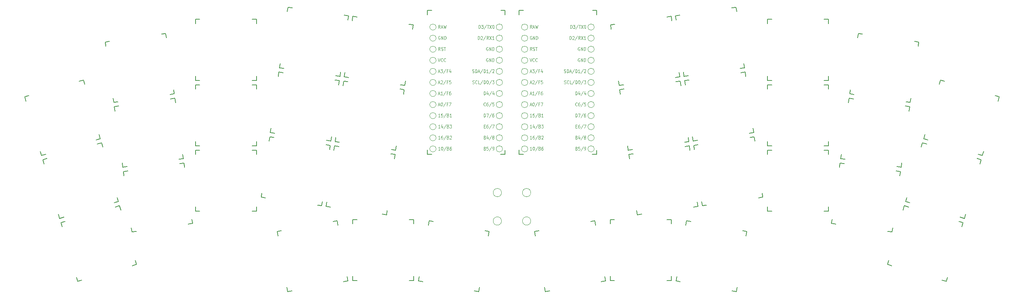
<source format=gbr>
G04 #@! TF.GenerationSoftware,KiCad,Pcbnew,(5.1.9)-1*
G04 #@! TF.CreationDate,2021-03-06T17:20:58-05:00*
G04 #@! TF.ProjectId,ya36,79613336-2e6b-4696-9361-645f70636258,rev?*
G04 #@! TF.SameCoordinates,Original*
G04 #@! TF.FileFunction,Legend,Top*
G04 #@! TF.FilePolarity,Positive*
%FSLAX46Y46*%
G04 Gerber Fmt 4.6, Leading zero omitted, Abs format (unit mm)*
G04 Created by KiCad (PCBNEW (5.1.9)-1) date 2021-03-06 17:20:58*
%MOMM*%
%LPD*%
G01*
G04 APERTURE LIST*
%ADD10C,0.150000*%
%ADD11C,0.100000*%
%ADD12C,0.125000*%
G04 APERTURE END LIST*
D10*
X154100000Y-51450000D02*
X154100000Y-52450000D01*
X171900000Y-51450000D02*
X171900000Y-52450000D01*
X154100000Y-51450000D02*
X155100000Y-51450000D01*
X171900000Y-51450000D02*
X170950000Y-51450000D01*
X154100000Y-83450000D02*
X154100000Y-84500000D01*
X171900000Y-83500000D02*
X171900000Y-84500000D01*
X154100000Y-84500000D02*
X155100000Y-84500000D01*
X171900000Y-84500000D02*
X170890000Y-84500000D01*
X133100000Y-51450000D02*
X133100000Y-52450000D01*
X150900000Y-51450000D02*
X150900000Y-52450000D01*
X133100000Y-51450000D02*
X134100000Y-51450000D01*
X150900000Y-51450000D02*
X149950000Y-51450000D01*
X133100000Y-83450000D02*
X133100000Y-84500000D01*
X150900000Y-83500000D02*
X150900000Y-84500000D01*
X133100000Y-84500000D02*
X134100000Y-84500000D01*
X150900000Y-84500000D02*
X149890000Y-84500000D01*
X94000000Y-83500000D02*
X93000000Y-83500000D01*
X94000000Y-83500000D02*
X94000000Y-84500000D01*
X93000000Y-97500000D02*
X94000000Y-97500000D01*
X94000000Y-97500000D02*
X93000000Y-97500000D01*
X94000000Y-96500000D02*
X94000000Y-97500000D01*
X80000000Y-97500000D02*
X80000000Y-96500000D01*
X81000000Y-83500000D02*
X80000000Y-83500000D01*
X80000000Y-97500000D02*
X81000000Y-97500000D01*
X80000000Y-84500000D02*
X80000000Y-83500000D01*
X77371550Y-86447933D02*
X76381282Y-86587106D01*
X77371550Y-86447933D02*
X77510723Y-87438201D01*
X78329705Y-100450859D02*
X79319973Y-100311686D01*
X79319973Y-100311686D02*
X78329705Y-100450859D01*
X79180800Y-99321418D02*
X79319973Y-100311686D01*
X65456220Y-102260109D02*
X65317047Y-101269841D01*
X64498065Y-88257183D02*
X63507797Y-88396356D01*
X65456220Y-102260109D02*
X66446488Y-102120936D01*
X63646970Y-89386624D02*
X63507797Y-88396356D01*
X110876897Y-82396356D02*
X109886629Y-82257183D01*
X110876897Y-82396356D02*
X110737724Y-83386624D01*
X107938206Y-96120936D02*
X108928474Y-96260109D01*
X108928474Y-96260109D02*
X107938206Y-96120936D01*
X109067647Y-95269841D02*
X108928474Y-96260109D01*
X95064721Y-94311686D02*
X95203894Y-93321418D01*
X98003412Y-80587106D02*
X97013144Y-80447933D01*
X95064721Y-94311686D02*
X96054989Y-94450859D01*
X96873971Y-81438201D02*
X97013144Y-80447933D01*
X54359148Y-67422781D02*
X53397887Y-67698418D01*
X54359148Y-67422781D02*
X54634786Y-68384042D01*
X57256810Y-81156082D02*
X58218071Y-80880444D01*
X58218071Y-80880444D02*
X57256810Y-81156082D01*
X57942434Y-79919183D02*
X58218071Y-80880444D01*
X44760408Y-84739367D02*
X44484770Y-83778106D01*
X41862746Y-71006066D02*
X40901485Y-71281704D01*
X44760408Y-84739367D02*
X45721669Y-84463730D01*
X41177122Y-72242965D02*
X40901485Y-71281704D01*
X73196357Y-56739891D02*
X72206089Y-56879064D01*
X73196357Y-56739891D02*
X73335530Y-57730159D01*
X74154512Y-70742817D02*
X75144780Y-70603644D01*
X75144780Y-70603644D02*
X74154512Y-70742817D01*
X75005607Y-69613376D02*
X75144780Y-70603644D01*
X61281027Y-72552067D02*
X61141854Y-71561799D01*
X60322872Y-58549141D02*
X59332604Y-58688314D01*
X61281027Y-72552067D02*
X62271295Y-72412894D01*
X59471777Y-59678582D02*
X59332604Y-58688314D01*
X94000000Y-53500000D02*
X93000000Y-53500000D01*
X94000000Y-53500000D02*
X94000000Y-54500000D01*
X93000000Y-67500000D02*
X94000000Y-67500000D01*
X94000000Y-67500000D02*
X93000000Y-67500000D01*
X94000000Y-66500000D02*
X94000000Y-67500000D01*
X80000000Y-67500000D02*
X80000000Y-66500000D01*
X81000000Y-53500000D02*
X80000000Y-53500000D01*
X80000000Y-67500000D02*
X81000000Y-67500000D01*
X80000000Y-54500000D02*
X80000000Y-53500000D01*
X115052090Y-52688314D02*
X114061822Y-52549141D01*
X115052090Y-52688314D02*
X114912917Y-53678582D01*
X112113399Y-66412894D02*
X113103667Y-66552067D01*
X113103667Y-66552067D02*
X112113399Y-66412894D01*
X113242840Y-65561799D02*
X113103667Y-66552067D01*
X99239914Y-64603644D02*
X99379087Y-63613376D01*
X102178605Y-50879064D02*
X101188337Y-50739891D01*
X99239914Y-64603644D02*
X100230182Y-64742817D01*
X101049164Y-51730159D02*
X101188337Y-50739891D01*
X129906111Y-54775911D02*
X128915843Y-54636738D01*
X129906111Y-54775911D02*
X129766938Y-55766179D01*
X126967420Y-68500491D02*
X127957688Y-68639664D01*
X127957688Y-68639664D02*
X126967420Y-68500491D01*
X128096861Y-67649396D02*
X127957688Y-68639664D01*
X114093935Y-66691241D02*
X114233108Y-65700973D01*
X117032626Y-52966661D02*
X116042358Y-52827488D01*
X114093935Y-66691241D02*
X115084203Y-66830414D01*
X115903185Y-53817756D02*
X116042358Y-52827488D01*
X58493709Y-81841706D02*
X57532448Y-82117343D01*
X58493709Y-81841706D02*
X58769347Y-82802967D01*
X61391371Y-95575007D02*
X62352632Y-95299369D01*
X62352632Y-95299369D02*
X61391371Y-95575007D01*
X62076995Y-94338108D02*
X62352632Y-95299369D01*
X48894969Y-99158292D02*
X48619331Y-98197031D01*
X45997307Y-85424991D02*
X45036046Y-85700629D01*
X48894969Y-99158292D02*
X49856230Y-98882655D01*
X45311683Y-86661890D02*
X45036046Y-85700629D01*
X75283953Y-71593911D02*
X74293685Y-71733084D01*
X75283953Y-71593911D02*
X75423126Y-72584179D01*
X76242108Y-85596837D02*
X77232376Y-85457664D01*
X77232376Y-85457664D02*
X76242108Y-85596837D01*
X77093203Y-84467396D02*
X77232376Y-85457664D01*
X63368623Y-87406087D02*
X63229450Y-86415819D01*
X62410468Y-73403161D02*
X61420200Y-73542334D01*
X63368623Y-87406087D02*
X64358891Y-87266914D01*
X61559373Y-74532602D02*
X61420200Y-73542334D01*
X94000000Y-68500000D02*
X93000000Y-68500000D01*
X94000000Y-68500000D02*
X94000000Y-69500000D01*
X93000000Y-82500000D02*
X94000000Y-82500000D01*
X94000000Y-82500000D02*
X93000000Y-82500000D01*
X94000000Y-81500000D02*
X94000000Y-82500000D01*
X80000000Y-82500000D02*
X80000000Y-81500000D01*
X81000000Y-68500000D02*
X80000000Y-68500000D01*
X80000000Y-82500000D02*
X81000000Y-82500000D01*
X80000000Y-69500000D02*
X80000000Y-68500000D01*
X112964494Y-67542336D02*
X111974226Y-67403163D01*
X112964494Y-67542336D02*
X112825321Y-68532604D01*
X110025803Y-81266916D02*
X111016071Y-81406089D01*
X111016071Y-81406089D02*
X110025803Y-81266916D01*
X111155244Y-80415821D02*
X111016071Y-81406089D01*
X97152318Y-79457666D02*
X97291491Y-78467398D01*
X100091009Y-65733086D02*
X99100741Y-65593913D01*
X97152318Y-79457666D02*
X98142586Y-79596839D01*
X98961568Y-66584181D02*
X99100741Y-65593913D01*
X127818515Y-69629931D02*
X126828247Y-69490758D01*
X127818515Y-69629931D02*
X127679342Y-70620199D01*
X124879824Y-83354511D02*
X125870092Y-83493684D01*
X125870092Y-83493684D02*
X124879824Y-83354511D01*
X126009265Y-82503416D02*
X125870092Y-83493684D01*
X112006339Y-81545261D02*
X112145512Y-80554993D01*
X114945030Y-67820681D02*
X113954762Y-67681508D01*
X112006339Y-81545261D02*
X112996607Y-81684434D01*
X113815589Y-68671776D02*
X113954762Y-67681508D01*
X62628269Y-96260632D02*
X61667008Y-96536269D01*
X62628269Y-96260632D02*
X62903907Y-97221893D01*
X65525931Y-109993933D02*
X66487192Y-109718295D01*
X66487192Y-109718295D02*
X65525931Y-109993933D01*
X66211555Y-108757034D02*
X66487192Y-109718295D01*
X53029529Y-113577218D02*
X52753891Y-112615957D01*
X50131867Y-99843917D02*
X49170606Y-100119555D01*
X53029529Y-113577218D02*
X53990790Y-113301581D01*
X49446243Y-101080816D02*
X49170606Y-100119555D01*
X125730918Y-84483952D02*
X124740650Y-84344779D01*
X125730918Y-84483952D02*
X125591745Y-85474220D01*
X122792227Y-98208532D02*
X123782495Y-98347705D01*
X123782495Y-98347705D02*
X122792227Y-98208532D01*
X123921668Y-97357437D02*
X123782495Y-98347705D01*
X109918742Y-96399282D02*
X110057915Y-95409014D01*
X112857433Y-82674702D02*
X111867165Y-82535529D01*
X109918742Y-96399282D02*
X110909010Y-96538455D01*
X111727992Y-83525797D02*
X111867165Y-82535529D01*
X112489698Y-99719537D02*
X111504890Y-99893186D01*
X112489698Y-99719537D02*
X112663346Y-100704345D01*
X113935965Y-113680494D02*
X114920773Y-113506846D01*
X114920773Y-113506846D02*
X113935965Y-113680494D01*
X114747124Y-112522038D02*
X114920773Y-113506846D01*
X101133464Y-115937921D02*
X100959816Y-114953113D01*
X99687197Y-101976964D02*
X98702389Y-102150612D01*
X101133464Y-115937921D02*
X102118272Y-115764272D01*
X98876038Y-103135420D02*
X98702389Y-102150612D01*
X130000000Y-99412426D02*
X129000000Y-99412426D01*
X130000000Y-99412426D02*
X130000000Y-100412426D01*
X129000000Y-113412426D02*
X130000000Y-113412426D01*
X130000000Y-113412426D02*
X129000000Y-113412426D01*
X130000000Y-112412426D02*
X130000000Y-113412426D01*
X116000000Y-113412426D02*
X116000000Y-112412426D01*
X117000000Y-99412426D02*
X116000000Y-99412426D01*
X116000000Y-113412426D02*
X117000000Y-113412426D01*
X116000000Y-100412426D02*
X116000000Y-99412426D01*
X147297612Y-102150612D02*
X146312804Y-101976964D01*
X147297612Y-102150612D02*
X147123963Y-103135420D01*
X143881729Y-115764272D02*
X144866537Y-115937921D01*
X144866537Y-115937921D02*
X143881729Y-115764272D01*
X145040185Y-114953113D02*
X144866537Y-115937921D01*
X131079228Y-113506846D02*
X131252877Y-112522038D01*
X134495111Y-99893186D02*
X133510303Y-99719537D01*
X131079228Y-113506846D02*
X132064036Y-113680494D01*
X133336655Y-100704345D02*
X133510303Y-99719537D01*
X264098515Y-71281704D02*
X263137254Y-71006066D01*
X264098515Y-71281704D02*
X263822878Y-72242965D01*
X259278331Y-84463730D02*
X260239592Y-84739367D01*
X260239592Y-84739367D02*
X259278331Y-84463730D01*
X260515230Y-83778106D02*
X260239592Y-84739367D01*
X246781929Y-80880444D02*
X247057566Y-79919183D01*
X251602113Y-67698418D02*
X250640852Y-67422781D01*
X246781929Y-80880444D02*
X247743190Y-81156082D01*
X250365214Y-68384042D02*
X250640852Y-67422781D01*
X245667396Y-58688314D02*
X244677128Y-58549141D01*
X245667396Y-58688314D02*
X245528223Y-59678582D01*
X242728705Y-72412894D02*
X243718973Y-72552067D01*
X243718973Y-72552067D02*
X242728705Y-72412894D01*
X243858146Y-71561799D02*
X243718973Y-72552067D01*
X229855220Y-70603644D02*
X229994393Y-69613376D01*
X232793911Y-56879064D02*
X231803643Y-56739891D01*
X229855220Y-70603644D02*
X230845488Y-70742817D01*
X231664470Y-57730159D02*
X231803643Y-56739891D01*
X225000000Y-53500000D02*
X224000000Y-53500000D01*
X225000000Y-53500000D02*
X225000000Y-54500000D01*
X224000000Y-67500000D02*
X225000000Y-67500000D01*
X225000000Y-67500000D02*
X224000000Y-67500000D01*
X225000000Y-66500000D02*
X225000000Y-67500000D01*
X211000000Y-67500000D02*
X211000000Y-66500000D01*
X212000000Y-53500000D02*
X211000000Y-53500000D01*
X211000000Y-67500000D02*
X212000000Y-67500000D01*
X211000000Y-54500000D02*
X211000000Y-53500000D01*
X203811664Y-50739891D02*
X202821396Y-50879064D01*
X203811664Y-50739891D02*
X203950837Y-51730159D01*
X204769819Y-64742817D02*
X205760087Y-64603644D01*
X205760087Y-64603644D02*
X204769819Y-64742817D01*
X205620914Y-63613376D02*
X205760087Y-64603644D01*
X191896334Y-66552067D02*
X191757161Y-65561799D01*
X190938179Y-52549141D02*
X189947911Y-52688314D01*
X191896334Y-66552067D02*
X192886602Y-66412894D01*
X190087084Y-53678582D02*
X189947911Y-52688314D01*
X188957643Y-52827488D02*
X187967375Y-52966661D01*
X188957643Y-52827488D02*
X189096816Y-53817756D01*
X189915798Y-66830414D02*
X190906066Y-66691241D01*
X190906066Y-66691241D02*
X189915798Y-66830414D01*
X190766893Y-65700973D02*
X190906066Y-66691241D01*
X177042313Y-68639664D02*
X176903140Y-67649396D01*
X176084158Y-54636738D02*
X175093890Y-54775911D01*
X177042313Y-68639664D02*
X178032581Y-68500491D01*
X175233063Y-55766179D02*
X175093890Y-54775911D01*
X259963954Y-85700629D02*
X259002693Y-85424991D01*
X259963954Y-85700629D02*
X259688317Y-86661890D01*
X255143770Y-98882655D02*
X256105031Y-99158292D01*
X256105031Y-99158292D02*
X255143770Y-98882655D01*
X256380669Y-98197031D02*
X256105031Y-99158292D01*
X242647368Y-95299369D02*
X242923005Y-94338108D01*
X247467552Y-82117343D02*
X246506291Y-81841706D01*
X242647368Y-95299369D02*
X243608629Y-95575007D01*
X246230653Y-82802967D02*
X246506291Y-81841706D01*
X243579800Y-73542334D02*
X242589532Y-73403161D01*
X243579800Y-73542334D02*
X243440627Y-74532602D01*
X240641109Y-87266914D02*
X241631377Y-87406087D01*
X241631377Y-87406087D02*
X240641109Y-87266914D01*
X241770550Y-86415819D02*
X241631377Y-87406087D01*
X227767624Y-85457664D02*
X227906797Y-84467396D01*
X230706315Y-71733084D02*
X229716047Y-71593911D01*
X227767624Y-85457664D02*
X228757892Y-85596837D01*
X229576874Y-72584179D02*
X229716047Y-71593911D01*
X225000000Y-68500000D02*
X224000000Y-68500000D01*
X225000000Y-68500000D02*
X225000000Y-69500000D01*
X224000000Y-82500000D02*
X225000000Y-82500000D01*
X225000000Y-82500000D02*
X224000000Y-82500000D01*
X225000000Y-81500000D02*
X225000000Y-82500000D01*
X211000000Y-82500000D02*
X211000000Y-81500000D01*
X212000000Y-68500000D02*
X211000000Y-68500000D01*
X211000000Y-82500000D02*
X212000000Y-82500000D01*
X211000000Y-69500000D02*
X211000000Y-68500000D01*
X205899260Y-65593913D02*
X204908992Y-65733086D01*
X205899260Y-65593913D02*
X206038433Y-66584181D01*
X206857415Y-79596839D02*
X207847683Y-79457666D01*
X207847683Y-79457666D02*
X206857415Y-79596839D01*
X207708510Y-78467398D02*
X207847683Y-79457666D01*
X193983930Y-81406089D02*
X193844757Y-80415821D01*
X193025775Y-67403163D02*
X192035507Y-67542336D01*
X193983930Y-81406089D02*
X194974198Y-81266916D01*
X192174680Y-68532604D02*
X192035507Y-67542336D01*
X191045239Y-67681508D02*
X190054971Y-67820681D01*
X191045239Y-67681508D02*
X191184412Y-68671776D01*
X192003394Y-81684434D02*
X192993662Y-81545261D01*
X192993662Y-81545261D02*
X192003394Y-81684434D01*
X192854489Y-80554993D02*
X192993662Y-81545261D01*
X179129909Y-83493684D02*
X178990736Y-82503416D01*
X178171754Y-69490758D02*
X177181486Y-69629931D01*
X179129909Y-83493684D02*
X180120177Y-83354511D01*
X177320659Y-70620199D02*
X177181486Y-69629931D01*
X255829394Y-100119555D02*
X254868133Y-99843917D01*
X255829394Y-100119555D02*
X255553757Y-101080816D01*
X251009210Y-113301581D02*
X251970471Y-113577218D01*
X251970471Y-113577218D02*
X251009210Y-113301581D01*
X252246109Y-112615957D02*
X251970471Y-113577218D01*
X238512808Y-109718295D02*
X238788445Y-108757034D01*
X243332992Y-96536269D02*
X242371731Y-96260632D01*
X238512808Y-109718295D02*
X239474069Y-109993933D01*
X242096093Y-97221893D02*
X242371731Y-96260632D01*
X241492203Y-88396356D02*
X240501935Y-88257183D01*
X241492203Y-88396356D02*
X241353030Y-89386624D01*
X238553512Y-102120936D02*
X239543780Y-102260109D01*
X239543780Y-102260109D02*
X238553512Y-102120936D01*
X239682953Y-101269841D02*
X239543780Y-102260109D01*
X225680027Y-100311686D02*
X225819200Y-99321418D01*
X228618718Y-86587106D02*
X227628450Y-86447933D01*
X225680027Y-100311686D02*
X226670295Y-100450859D01*
X227489277Y-87438201D02*
X227628450Y-86447933D01*
X225000000Y-83500000D02*
X224000000Y-83500000D01*
X225000000Y-83500000D02*
X225000000Y-84500000D01*
X224000000Y-97500000D02*
X225000000Y-97500000D01*
X225000000Y-97500000D02*
X224000000Y-97500000D01*
X225000000Y-96500000D02*
X225000000Y-97500000D01*
X211000000Y-97500000D02*
X211000000Y-96500000D01*
X212000000Y-83500000D02*
X211000000Y-83500000D01*
X211000000Y-97500000D02*
X212000000Y-97500000D01*
X211000000Y-84500000D02*
X211000000Y-83500000D01*
X207986857Y-80447933D02*
X206996589Y-80587106D01*
X207986857Y-80447933D02*
X208126030Y-81438201D01*
X208945012Y-94450859D02*
X209935280Y-94311686D01*
X209935280Y-94311686D02*
X208945012Y-94450859D01*
X209796107Y-93321418D02*
X209935280Y-94311686D01*
X196071527Y-96260109D02*
X195932354Y-95269841D01*
X195113372Y-82257183D02*
X194123104Y-82396356D01*
X196071527Y-96260109D02*
X197061795Y-96120936D01*
X194262277Y-83386624D02*
X194123104Y-82396356D01*
X193132836Y-82535529D02*
X192142568Y-82674702D01*
X193132836Y-82535529D02*
X193272009Y-83525797D01*
X194090991Y-96538455D02*
X195081259Y-96399282D01*
X195081259Y-96399282D02*
X194090991Y-96538455D01*
X194942086Y-95409014D02*
X195081259Y-96399282D01*
X181217506Y-98347705D02*
X181078333Y-97357437D01*
X180259351Y-84344779D02*
X179269083Y-84483952D01*
X181217506Y-98347705D02*
X182207774Y-98208532D01*
X179408256Y-85474220D02*
X179269083Y-84483952D01*
X206297612Y-102150612D02*
X205312804Y-101976964D01*
X206297612Y-102150612D02*
X206123963Y-103135420D01*
X202881729Y-115764272D02*
X203866537Y-115937921D01*
X203866537Y-115937921D02*
X202881729Y-115764272D01*
X204040185Y-114953113D02*
X203866537Y-115937921D01*
X190079228Y-113506846D02*
X190252877Y-112522038D01*
X193495111Y-99893186D02*
X192510303Y-99719537D01*
X190079228Y-113506846D02*
X191064036Y-113680494D01*
X192336655Y-100704345D02*
X192510303Y-99719537D01*
X189000000Y-99412426D02*
X188000000Y-99412426D01*
X189000000Y-99412426D02*
X189000000Y-100412426D01*
X188000000Y-113412426D02*
X189000000Y-113412426D01*
X189000000Y-113412426D02*
X188000000Y-113412426D01*
X189000000Y-112412426D02*
X189000000Y-113412426D01*
X175000000Y-113412426D02*
X175000000Y-112412426D01*
X176000000Y-99412426D02*
X175000000Y-99412426D01*
X175000000Y-113412426D02*
X176000000Y-113412426D01*
X175000000Y-100412426D02*
X175000000Y-99412426D01*
X171489698Y-99719537D02*
X170504890Y-99893186D01*
X171489698Y-99719537D02*
X171663346Y-100704345D01*
X172935965Y-113680494D02*
X173920773Y-113506846D01*
X173920773Y-113506846D02*
X172935965Y-113680494D01*
X173747124Y-112522038D02*
X173920773Y-113506846D01*
X160133464Y-115937921D02*
X159959816Y-114953113D01*
X158687197Y-101976964D02*
X157702389Y-102150612D01*
X160133464Y-115937921D02*
X161118272Y-115764272D01*
X157876038Y-103135420D02*
X157702389Y-102150612D01*
D11*
X156800000Y-93250000D02*
G75*
G03*
X156800000Y-93250000I-950000J0D01*
G01*
X156800000Y-99750000D02*
G75*
G03*
X156800000Y-99750000I-950000J0D01*
G01*
X150100000Y-99750000D02*
G75*
G03*
X150100000Y-99750000I-950000J0D01*
G01*
X150100000Y-93250000D02*
G75*
G03*
X150100000Y-93250000I-950000J0D01*
G01*
X156103400Y-55272000D02*
G75*
G03*
X156103400Y-55272000I-712000J0D01*
G01*
X156103400Y-57812000D02*
G75*
G03*
X156103400Y-57812000I-712000J0D01*
G01*
X156103400Y-60352000D02*
G75*
G03*
X156103400Y-60352000I-712000J0D01*
G01*
X156103400Y-62892000D02*
G75*
G03*
X156103400Y-62892000I-712000J0D01*
G01*
X156103400Y-65432000D02*
G75*
G03*
X156103400Y-65432000I-712000J0D01*
G01*
X156103400Y-67972000D02*
G75*
G03*
X156103400Y-67972000I-712000J0D01*
G01*
X156103400Y-70512000D02*
G75*
G03*
X156103400Y-70512000I-712000J0D01*
G01*
X156103400Y-73052000D02*
G75*
G03*
X156103400Y-73052000I-712000J0D01*
G01*
X156103400Y-75592000D02*
G75*
G03*
X156103400Y-75592000I-712000J0D01*
G01*
X156103400Y-78132000D02*
G75*
G03*
X156103400Y-78132000I-712000J0D01*
G01*
X156103400Y-80672000D02*
G75*
G03*
X156103400Y-80672000I-712000J0D01*
G01*
X156103400Y-83212000D02*
G75*
G03*
X156103400Y-83212000I-712000J0D01*
G01*
X171323400Y-83212000D02*
G75*
G03*
X171323400Y-83212000I-712000J0D01*
G01*
X171323400Y-80672000D02*
G75*
G03*
X171323400Y-80672000I-712000J0D01*
G01*
X171323400Y-78132000D02*
G75*
G03*
X171323400Y-78132000I-712000J0D01*
G01*
X171323400Y-75592000D02*
G75*
G03*
X171323400Y-75592000I-712000J0D01*
G01*
X171323400Y-73052000D02*
G75*
G03*
X171323400Y-73052000I-712000J0D01*
G01*
X171323400Y-70512000D02*
G75*
G03*
X171323400Y-70512000I-712000J0D01*
G01*
X171323400Y-67972000D02*
G75*
G03*
X171323400Y-67972000I-712000J0D01*
G01*
X171323400Y-65432000D02*
G75*
G03*
X171323400Y-65432000I-712000J0D01*
G01*
X171323400Y-62892000D02*
G75*
G03*
X171323400Y-62892000I-712000J0D01*
G01*
X171323400Y-60352000D02*
G75*
G03*
X171323400Y-60352000I-712000J0D01*
G01*
X171323400Y-57812000D02*
G75*
G03*
X171323400Y-57812000I-712000J0D01*
G01*
X171323400Y-55272000D02*
G75*
G03*
X171323400Y-55272000I-712000J0D01*
G01*
X135103400Y-55272000D02*
G75*
G03*
X135103400Y-55272000I-712000J0D01*
G01*
X135103400Y-57812000D02*
G75*
G03*
X135103400Y-57812000I-712000J0D01*
G01*
X135103400Y-60352000D02*
G75*
G03*
X135103400Y-60352000I-712000J0D01*
G01*
X135103400Y-62892000D02*
G75*
G03*
X135103400Y-62892000I-712000J0D01*
G01*
X135103400Y-65432000D02*
G75*
G03*
X135103400Y-65432000I-712000J0D01*
G01*
X135103400Y-67972000D02*
G75*
G03*
X135103400Y-67972000I-712000J0D01*
G01*
X135103400Y-70512000D02*
G75*
G03*
X135103400Y-70512000I-712000J0D01*
G01*
X135103400Y-73052000D02*
G75*
G03*
X135103400Y-73052000I-712000J0D01*
G01*
X135103400Y-75592000D02*
G75*
G03*
X135103400Y-75592000I-712000J0D01*
G01*
X135103400Y-78132000D02*
G75*
G03*
X135103400Y-78132000I-712000J0D01*
G01*
X135103400Y-80672000D02*
G75*
G03*
X135103400Y-80672000I-712000J0D01*
G01*
X135103400Y-83212000D02*
G75*
G03*
X135103400Y-83212000I-712000J0D01*
G01*
X150323400Y-83212000D02*
G75*
G03*
X150323400Y-83212000I-712000J0D01*
G01*
X150323400Y-80672000D02*
G75*
G03*
X150323400Y-80672000I-712000J0D01*
G01*
X150323400Y-78132000D02*
G75*
G03*
X150323400Y-78132000I-712000J0D01*
G01*
X150323400Y-75592000D02*
G75*
G03*
X150323400Y-75592000I-712000J0D01*
G01*
X150323400Y-73052000D02*
G75*
G03*
X150323400Y-73052000I-712000J0D01*
G01*
X150323400Y-70512000D02*
G75*
G03*
X150323400Y-70512000I-712000J0D01*
G01*
X150323400Y-67972000D02*
G75*
G03*
X150323400Y-67972000I-712000J0D01*
G01*
X150323400Y-65432000D02*
G75*
G03*
X150323400Y-65432000I-712000J0D01*
G01*
X150323400Y-62892000D02*
G75*
G03*
X150323400Y-62892000I-712000J0D01*
G01*
X150323400Y-60352000D02*
G75*
G03*
X150323400Y-60352000I-712000J0D01*
G01*
X150323400Y-57812000D02*
G75*
G03*
X150323400Y-57812000I-712000J0D01*
G01*
X150323400Y-55272000D02*
G75*
G03*
X150323400Y-55272000I-712000J0D01*
G01*
D10*
D12*
X157037380Y-55557535D02*
X156814047Y-55200392D01*
X156654523Y-55557535D02*
X156654523Y-54807535D01*
X156909761Y-54807535D01*
X156973571Y-54843250D01*
X157005476Y-54878964D01*
X157037380Y-54950392D01*
X157037380Y-55057535D01*
X157005476Y-55128964D01*
X156973571Y-55164678D01*
X156909761Y-55200392D01*
X156654523Y-55200392D01*
X157292619Y-55343250D02*
X157611666Y-55343250D01*
X157228809Y-55557535D02*
X157452142Y-54807535D01*
X157675476Y-55557535D01*
X157835000Y-54807535D02*
X157994523Y-55557535D01*
X158122142Y-55021821D01*
X158249761Y-55557535D01*
X158409285Y-54807535D01*
X157005475Y-57383250D02*
X156941666Y-57347535D01*
X156845952Y-57347535D01*
X156750237Y-57383250D01*
X156686428Y-57454678D01*
X156654523Y-57526107D01*
X156622618Y-57668964D01*
X156622618Y-57776107D01*
X156654523Y-57918964D01*
X156686428Y-57990392D01*
X156750237Y-58061821D01*
X156845952Y-58097535D01*
X156909761Y-58097535D01*
X157005475Y-58061821D01*
X157037380Y-58026107D01*
X157037380Y-57776107D01*
X156909761Y-57776107D01*
X157324523Y-58097535D02*
X157324523Y-57347535D01*
X157707380Y-58097535D01*
X157707380Y-57347535D01*
X158026428Y-58097535D02*
X158026428Y-57347535D01*
X158185952Y-57347535D01*
X158281666Y-57383250D01*
X158345475Y-57454678D01*
X158377380Y-57526107D01*
X158409285Y-57668964D01*
X158409285Y-57776107D01*
X158377380Y-57918964D01*
X158345475Y-57990392D01*
X158281666Y-58061821D01*
X158185952Y-58097535D01*
X158026428Y-58097535D01*
X157037380Y-60637535D02*
X156814046Y-60280392D01*
X156654523Y-60637535D02*
X156654523Y-59887535D01*
X156909761Y-59887535D01*
X156973570Y-59923250D01*
X157005475Y-59958964D01*
X157037380Y-60030392D01*
X157037380Y-60137535D01*
X157005475Y-60208964D01*
X156973570Y-60244678D01*
X156909761Y-60280392D01*
X156654523Y-60280392D01*
X157292618Y-60601821D02*
X157388332Y-60637535D01*
X157547856Y-60637535D01*
X157611665Y-60601821D01*
X157643570Y-60566107D01*
X157675475Y-60494678D01*
X157675475Y-60423250D01*
X157643570Y-60351821D01*
X157611665Y-60316107D01*
X157547856Y-60280392D01*
X157420237Y-60244678D01*
X157356427Y-60208964D01*
X157324523Y-60173250D01*
X157292618Y-60101821D01*
X157292618Y-60030392D01*
X157324523Y-59958964D01*
X157356427Y-59923250D01*
X157420237Y-59887535D01*
X157579761Y-59887535D01*
X157675475Y-59923250D01*
X157866904Y-59887535D02*
X158249761Y-59887535D01*
X158058332Y-60637535D02*
X158058332Y-59887535D01*
X156558809Y-62427535D02*
X156782143Y-63177535D01*
X157005476Y-62427535D01*
X157611666Y-63106107D02*
X157579762Y-63141821D01*
X157484047Y-63177535D01*
X157420238Y-63177535D01*
X157324523Y-63141821D01*
X157260714Y-63070392D01*
X157228809Y-62998964D01*
X157196904Y-62856107D01*
X157196904Y-62748964D01*
X157228809Y-62606107D01*
X157260714Y-62534678D01*
X157324523Y-62463250D01*
X157420238Y-62427535D01*
X157484047Y-62427535D01*
X157579762Y-62463250D01*
X157611666Y-62498964D01*
X158281666Y-63106107D02*
X158249762Y-63141821D01*
X158154047Y-63177535D01*
X158090238Y-63177535D01*
X157994523Y-63141821D01*
X157930714Y-63070392D01*
X157898809Y-62998964D01*
X157866904Y-62856107D01*
X157866904Y-62748964D01*
X157898809Y-62606107D01*
X157930714Y-62534678D01*
X157994523Y-62463250D01*
X158090238Y-62427535D01*
X158154047Y-62427535D01*
X158249762Y-62463250D01*
X158281666Y-62498964D01*
X156622618Y-65503250D02*
X156941666Y-65503250D01*
X156558809Y-65717535D02*
X156782142Y-64967535D01*
X157005475Y-65717535D01*
X157164999Y-64967535D02*
X157579761Y-64967535D01*
X157356428Y-65253250D01*
X157452142Y-65253250D01*
X157515952Y-65288964D01*
X157547856Y-65324678D01*
X157579761Y-65396107D01*
X157579761Y-65574678D01*
X157547856Y-65646107D01*
X157515952Y-65681821D01*
X157452142Y-65717535D01*
X157260713Y-65717535D01*
X157196904Y-65681821D01*
X157164999Y-65646107D01*
X158345475Y-64931821D02*
X157771190Y-65896107D01*
X158792142Y-65324678D02*
X158568809Y-65324678D01*
X158568809Y-65717535D02*
X158568809Y-64967535D01*
X158887856Y-64967535D01*
X159430237Y-65217535D02*
X159430237Y-65717535D01*
X159270713Y-64931821D02*
X159111190Y-65467535D01*
X159525952Y-65467535D01*
X156622618Y-68043250D02*
X156941666Y-68043250D01*
X156558809Y-68257535D02*
X156782142Y-67507535D01*
X157005475Y-68257535D01*
X157196904Y-67578964D02*
X157228809Y-67543250D01*
X157292618Y-67507535D01*
X157452142Y-67507535D01*
X157515952Y-67543250D01*
X157547856Y-67578964D01*
X157579761Y-67650392D01*
X157579761Y-67721821D01*
X157547856Y-67828964D01*
X157164999Y-68257535D01*
X157579761Y-68257535D01*
X158345475Y-67471821D02*
X157771190Y-68436107D01*
X158792142Y-67864678D02*
X158568809Y-67864678D01*
X158568809Y-68257535D02*
X158568809Y-67507535D01*
X158887856Y-67507535D01*
X159462142Y-67507535D02*
X159143094Y-67507535D01*
X159111190Y-67864678D01*
X159143094Y-67828964D01*
X159206904Y-67793250D01*
X159366428Y-67793250D01*
X159430237Y-67828964D01*
X159462142Y-67864678D01*
X159494047Y-67936107D01*
X159494047Y-68114678D01*
X159462142Y-68186107D01*
X159430237Y-68221821D01*
X159366428Y-68257535D01*
X159206904Y-68257535D01*
X159143094Y-68221821D01*
X159111190Y-68186107D01*
X156622618Y-70583250D02*
X156941666Y-70583250D01*
X156558809Y-70797535D02*
X156782142Y-70047535D01*
X157005475Y-70797535D01*
X157579761Y-70797535D02*
X157196904Y-70797535D01*
X157388333Y-70797535D02*
X157388333Y-70047535D01*
X157324523Y-70154678D01*
X157260713Y-70226107D01*
X157196904Y-70261821D01*
X158345475Y-70011821D02*
X157771190Y-70976107D01*
X158792142Y-70404678D02*
X158568809Y-70404678D01*
X158568809Y-70797535D02*
X158568809Y-70047535D01*
X158887856Y-70047535D01*
X159430237Y-70047535D02*
X159302618Y-70047535D01*
X159238809Y-70083250D01*
X159206904Y-70118964D01*
X159143094Y-70226107D01*
X159111190Y-70368964D01*
X159111190Y-70654678D01*
X159143094Y-70726107D01*
X159174999Y-70761821D01*
X159238809Y-70797535D01*
X159366428Y-70797535D01*
X159430237Y-70761821D01*
X159462142Y-70726107D01*
X159494047Y-70654678D01*
X159494047Y-70476107D01*
X159462142Y-70404678D01*
X159430237Y-70368964D01*
X159366428Y-70333250D01*
X159238809Y-70333250D01*
X159174999Y-70368964D01*
X159143094Y-70404678D01*
X159111190Y-70476107D01*
X156622618Y-73123250D02*
X156941666Y-73123250D01*
X156558809Y-73337535D02*
X156782142Y-72587535D01*
X157005475Y-73337535D01*
X157356428Y-72587535D02*
X157420237Y-72587535D01*
X157484047Y-72623250D01*
X157515952Y-72658964D01*
X157547856Y-72730392D01*
X157579761Y-72873250D01*
X157579761Y-73051821D01*
X157547856Y-73194678D01*
X157515952Y-73266107D01*
X157484047Y-73301821D01*
X157420237Y-73337535D01*
X157356428Y-73337535D01*
X157292618Y-73301821D01*
X157260713Y-73266107D01*
X157228809Y-73194678D01*
X157196904Y-73051821D01*
X157196904Y-72873250D01*
X157228809Y-72730392D01*
X157260713Y-72658964D01*
X157292618Y-72623250D01*
X157356428Y-72587535D01*
X158345475Y-72551821D02*
X157771190Y-73516107D01*
X158792142Y-72944678D02*
X158568809Y-72944678D01*
X158568809Y-73337535D02*
X158568809Y-72587535D01*
X158887856Y-72587535D01*
X159079285Y-72587535D02*
X159525952Y-72587535D01*
X159238809Y-73337535D01*
X157005475Y-75877535D02*
X156622618Y-75877535D01*
X156814047Y-75877535D02*
X156814047Y-75127535D01*
X156750237Y-75234678D01*
X156686428Y-75306107D01*
X156622618Y-75341821D01*
X157611666Y-75127535D02*
X157292618Y-75127535D01*
X157260714Y-75484678D01*
X157292618Y-75448964D01*
X157356428Y-75413250D01*
X157515952Y-75413250D01*
X157579761Y-75448964D01*
X157611666Y-75484678D01*
X157643571Y-75556107D01*
X157643571Y-75734678D01*
X157611666Y-75806107D01*
X157579761Y-75841821D01*
X157515952Y-75877535D01*
X157356428Y-75877535D01*
X157292618Y-75841821D01*
X157260714Y-75806107D01*
X158409285Y-75091821D02*
X157834999Y-76056107D01*
X158855952Y-75484678D02*
X158951666Y-75520392D01*
X158983571Y-75556107D01*
X159015475Y-75627535D01*
X159015475Y-75734678D01*
X158983571Y-75806107D01*
X158951666Y-75841821D01*
X158887856Y-75877535D01*
X158632618Y-75877535D01*
X158632618Y-75127535D01*
X158855952Y-75127535D01*
X158919761Y-75163250D01*
X158951666Y-75198964D01*
X158983571Y-75270392D01*
X158983571Y-75341821D01*
X158951666Y-75413250D01*
X158919761Y-75448964D01*
X158855952Y-75484678D01*
X158632618Y-75484678D01*
X159653571Y-75877535D02*
X159270714Y-75877535D01*
X159462142Y-75877535D02*
X159462142Y-75127535D01*
X159398333Y-75234678D01*
X159334523Y-75306107D01*
X159270714Y-75341821D01*
X157005475Y-78417535D02*
X156622618Y-78417535D01*
X156814047Y-78417535D02*
X156814047Y-77667535D01*
X156750237Y-77774678D01*
X156686428Y-77846107D01*
X156622618Y-77881821D01*
X157579761Y-77917535D02*
X157579761Y-78417535D01*
X157420237Y-77631821D02*
X157260714Y-78167535D01*
X157675475Y-78167535D01*
X158409285Y-77631821D02*
X157834999Y-78596107D01*
X158855952Y-78024678D02*
X158951666Y-78060392D01*
X158983571Y-78096107D01*
X159015475Y-78167535D01*
X159015475Y-78274678D01*
X158983571Y-78346107D01*
X158951666Y-78381821D01*
X158887856Y-78417535D01*
X158632618Y-78417535D01*
X158632618Y-77667535D01*
X158855952Y-77667535D01*
X158919761Y-77703250D01*
X158951666Y-77738964D01*
X158983571Y-77810392D01*
X158983571Y-77881821D01*
X158951666Y-77953250D01*
X158919761Y-77988964D01*
X158855952Y-78024678D01*
X158632618Y-78024678D01*
X159238809Y-77667535D02*
X159653571Y-77667535D01*
X159430237Y-77953250D01*
X159525952Y-77953250D01*
X159589761Y-77988964D01*
X159621666Y-78024678D01*
X159653571Y-78096107D01*
X159653571Y-78274678D01*
X159621666Y-78346107D01*
X159589761Y-78381821D01*
X159525952Y-78417535D01*
X159334523Y-78417535D01*
X159270714Y-78381821D01*
X159238809Y-78346107D01*
X157005475Y-83497535D02*
X156622618Y-83497535D01*
X156814047Y-83497535D02*
X156814047Y-82747535D01*
X156750237Y-82854678D01*
X156686428Y-82926107D01*
X156622618Y-82961821D01*
X157420237Y-82747535D02*
X157484047Y-82747535D01*
X157547856Y-82783250D01*
X157579761Y-82818964D01*
X157611666Y-82890392D01*
X157643571Y-83033250D01*
X157643571Y-83211821D01*
X157611666Y-83354678D01*
X157579761Y-83426107D01*
X157547856Y-83461821D01*
X157484047Y-83497535D01*
X157420237Y-83497535D01*
X157356428Y-83461821D01*
X157324523Y-83426107D01*
X157292618Y-83354678D01*
X157260714Y-83211821D01*
X157260714Y-83033250D01*
X157292618Y-82890392D01*
X157324523Y-82818964D01*
X157356428Y-82783250D01*
X157420237Y-82747535D01*
X158409285Y-82711821D02*
X157834999Y-83676107D01*
X158855952Y-83104678D02*
X158951666Y-83140392D01*
X158983571Y-83176107D01*
X159015475Y-83247535D01*
X159015475Y-83354678D01*
X158983571Y-83426107D01*
X158951666Y-83461821D01*
X158887856Y-83497535D01*
X158632618Y-83497535D01*
X158632618Y-82747535D01*
X158855952Y-82747535D01*
X158919761Y-82783250D01*
X158951666Y-82818964D01*
X158983571Y-82890392D01*
X158983571Y-82961821D01*
X158951666Y-83033250D01*
X158919761Y-83068964D01*
X158855952Y-83104678D01*
X158632618Y-83104678D01*
X159589761Y-82747535D02*
X159462142Y-82747535D01*
X159398333Y-82783250D01*
X159366428Y-82818964D01*
X159302618Y-82926107D01*
X159270714Y-83068964D01*
X159270714Y-83354678D01*
X159302618Y-83426107D01*
X159334523Y-83461821D01*
X159398333Y-83497535D01*
X159525952Y-83497535D01*
X159589761Y-83461821D01*
X159621666Y-83426107D01*
X159653571Y-83354678D01*
X159653571Y-83176107D01*
X159621666Y-83104678D01*
X159589761Y-83068964D01*
X159525952Y-83033250D01*
X159398333Y-83033250D01*
X159334523Y-83068964D01*
X159302618Y-83104678D01*
X159270714Y-83176107D01*
X157005475Y-80957535D02*
X156622618Y-80957535D01*
X156814047Y-80957535D02*
X156814047Y-80207535D01*
X156750237Y-80314678D01*
X156686428Y-80386107D01*
X156622618Y-80421821D01*
X157579761Y-80207535D02*
X157452142Y-80207535D01*
X157388333Y-80243250D01*
X157356428Y-80278964D01*
X157292618Y-80386107D01*
X157260714Y-80528964D01*
X157260714Y-80814678D01*
X157292618Y-80886107D01*
X157324523Y-80921821D01*
X157388333Y-80957535D01*
X157515952Y-80957535D01*
X157579761Y-80921821D01*
X157611666Y-80886107D01*
X157643571Y-80814678D01*
X157643571Y-80636107D01*
X157611666Y-80564678D01*
X157579761Y-80528964D01*
X157515952Y-80493250D01*
X157388333Y-80493250D01*
X157324523Y-80528964D01*
X157292618Y-80564678D01*
X157260714Y-80636107D01*
X158409285Y-80171821D02*
X157834999Y-81136107D01*
X158855952Y-80564678D02*
X158951666Y-80600392D01*
X158983571Y-80636107D01*
X159015475Y-80707535D01*
X159015475Y-80814678D01*
X158983571Y-80886107D01*
X158951666Y-80921821D01*
X158887856Y-80957535D01*
X158632618Y-80957535D01*
X158632618Y-80207535D01*
X158855952Y-80207535D01*
X158919761Y-80243250D01*
X158951666Y-80278964D01*
X158983571Y-80350392D01*
X158983571Y-80421821D01*
X158951666Y-80493250D01*
X158919761Y-80528964D01*
X158855952Y-80564678D01*
X158632618Y-80564678D01*
X159270714Y-80278964D02*
X159302618Y-80243250D01*
X159366428Y-80207535D01*
X159525952Y-80207535D01*
X159589761Y-80243250D01*
X159621666Y-80278964D01*
X159653571Y-80350392D01*
X159653571Y-80421821D01*
X159621666Y-80528964D01*
X159238809Y-80957535D01*
X159653571Y-80957535D01*
X167096190Y-78024678D02*
X167319524Y-78024678D01*
X167415238Y-78417535D02*
X167096190Y-78417535D01*
X167096190Y-77667535D01*
X167415238Y-77667535D01*
X167989524Y-77667535D02*
X167861905Y-77667535D01*
X167798095Y-77703250D01*
X167766190Y-77738964D01*
X167702381Y-77846107D01*
X167670476Y-77988964D01*
X167670476Y-78274678D01*
X167702381Y-78346107D01*
X167734286Y-78381821D01*
X167798095Y-78417535D01*
X167925714Y-78417535D01*
X167989524Y-78381821D01*
X168021429Y-78346107D01*
X168053333Y-78274678D01*
X168053333Y-78096107D01*
X168021429Y-78024678D01*
X167989524Y-77988964D01*
X167925714Y-77953250D01*
X167798095Y-77953250D01*
X167734286Y-77988964D01*
X167702381Y-78024678D01*
X167670476Y-78096107D01*
X168819048Y-77631821D02*
X168244762Y-78596107D01*
X168978571Y-77667535D02*
X169425238Y-77667535D01*
X169138095Y-78417535D01*
X167032381Y-75877535D02*
X167032381Y-75127535D01*
X167191905Y-75127535D01*
X167287619Y-75163250D01*
X167351428Y-75234678D01*
X167383333Y-75306107D01*
X167415238Y-75448964D01*
X167415238Y-75556107D01*
X167383333Y-75698964D01*
X167351428Y-75770392D01*
X167287619Y-75841821D01*
X167191905Y-75877535D01*
X167032381Y-75877535D01*
X167638571Y-75127535D02*
X168085238Y-75127535D01*
X167798095Y-75877535D01*
X168819047Y-75091821D02*
X168244762Y-76056107D01*
X169329524Y-75127535D02*
X169201905Y-75127535D01*
X169138095Y-75163250D01*
X169106190Y-75198964D01*
X169042381Y-75306107D01*
X169010476Y-75448964D01*
X169010476Y-75734678D01*
X169042381Y-75806107D01*
X169074285Y-75841821D01*
X169138095Y-75877535D01*
X169265714Y-75877535D01*
X169329524Y-75841821D01*
X169361428Y-75806107D01*
X169393333Y-75734678D01*
X169393333Y-75556107D01*
X169361428Y-75484678D01*
X169329524Y-75448964D01*
X169265714Y-75413250D01*
X169138095Y-75413250D01*
X169074285Y-75448964D01*
X169042381Y-75484678D01*
X169010476Y-75556107D01*
X167989523Y-59923250D02*
X167925714Y-59887535D01*
X167830000Y-59887535D01*
X167734285Y-59923250D01*
X167670476Y-59994678D01*
X167638571Y-60066107D01*
X167606666Y-60208964D01*
X167606666Y-60316107D01*
X167638571Y-60458964D01*
X167670476Y-60530392D01*
X167734285Y-60601821D01*
X167830000Y-60637535D01*
X167893809Y-60637535D01*
X167989523Y-60601821D01*
X168021428Y-60566107D01*
X168021428Y-60316107D01*
X167893809Y-60316107D01*
X168308571Y-60637535D02*
X168308571Y-59887535D01*
X168691428Y-60637535D01*
X168691428Y-59887535D01*
X169010476Y-60637535D02*
X169010476Y-59887535D01*
X169170000Y-59887535D01*
X169265714Y-59923250D01*
X169329523Y-59994678D01*
X169361428Y-60066107D01*
X169393333Y-60208964D01*
X169393333Y-60316107D01*
X169361428Y-60458964D01*
X169329523Y-60530392D01*
X169265714Y-60601821D01*
X169170000Y-60637535D01*
X169010476Y-60637535D01*
X167989523Y-62463250D02*
X167925714Y-62427535D01*
X167830000Y-62427535D01*
X167734285Y-62463250D01*
X167670476Y-62534678D01*
X167638571Y-62606107D01*
X167606666Y-62748964D01*
X167606666Y-62856107D01*
X167638571Y-62998964D01*
X167670476Y-63070392D01*
X167734285Y-63141821D01*
X167830000Y-63177535D01*
X167893809Y-63177535D01*
X167989523Y-63141821D01*
X168021428Y-63106107D01*
X168021428Y-62856107D01*
X167893809Y-62856107D01*
X168308571Y-63177535D02*
X168308571Y-62427535D01*
X168691428Y-63177535D01*
X168691428Y-62427535D01*
X169010476Y-63177535D02*
X169010476Y-62427535D01*
X169170000Y-62427535D01*
X169265714Y-62463250D01*
X169329523Y-62534678D01*
X169361428Y-62606107D01*
X169393333Y-62748964D01*
X169393333Y-62856107D01*
X169361428Y-62998964D01*
X169329523Y-63070392D01*
X169265714Y-63141821D01*
X169170000Y-63177535D01*
X169010476Y-63177535D01*
X165883809Y-55557535D02*
X165883809Y-54807535D01*
X166043333Y-54807535D01*
X166139047Y-54843250D01*
X166202857Y-54914678D01*
X166234761Y-54986107D01*
X166266666Y-55128964D01*
X166266666Y-55236107D01*
X166234761Y-55378964D01*
X166202857Y-55450392D01*
X166139047Y-55521821D01*
X166043333Y-55557535D01*
X165883809Y-55557535D01*
X166489999Y-54807535D02*
X166904761Y-54807535D01*
X166681428Y-55093250D01*
X166777142Y-55093250D01*
X166840952Y-55128964D01*
X166872857Y-55164678D01*
X166904761Y-55236107D01*
X166904761Y-55414678D01*
X166872857Y-55486107D01*
X166840952Y-55521821D01*
X166777142Y-55557535D01*
X166585714Y-55557535D01*
X166521904Y-55521821D01*
X166489999Y-55486107D01*
X167670476Y-54771821D02*
X167096190Y-55736107D01*
X167798095Y-54807535D02*
X168180952Y-54807535D01*
X167989523Y-55557535D02*
X167989523Y-54807535D01*
X168340476Y-54807535D02*
X168787142Y-55557535D01*
X168787142Y-54807535D02*
X168340476Y-55557535D01*
X169169999Y-54807535D02*
X169233809Y-54807535D01*
X169297619Y-54843250D01*
X169329523Y-54878964D01*
X169361428Y-54950392D01*
X169393333Y-55093250D01*
X169393333Y-55271821D01*
X169361428Y-55414678D01*
X169329523Y-55486107D01*
X169297619Y-55521821D01*
X169233809Y-55557535D01*
X169169999Y-55557535D01*
X169106190Y-55521821D01*
X169074285Y-55486107D01*
X169042380Y-55414678D01*
X169010476Y-55271821D01*
X169010476Y-55093250D01*
X169042380Y-54950392D01*
X169074285Y-54878964D01*
X169106190Y-54843250D01*
X169169999Y-54807535D01*
X167032381Y-70797535D02*
X167032381Y-70047535D01*
X167191905Y-70047535D01*
X167287619Y-70083250D01*
X167351428Y-70154678D01*
X167383333Y-70226107D01*
X167415238Y-70368964D01*
X167415238Y-70476107D01*
X167383333Y-70618964D01*
X167351428Y-70690392D01*
X167287619Y-70761821D01*
X167191905Y-70797535D01*
X167032381Y-70797535D01*
X167989524Y-70297535D02*
X167989524Y-70797535D01*
X167830000Y-70011821D02*
X167670476Y-70547535D01*
X168085238Y-70547535D01*
X168819047Y-70011821D02*
X168244762Y-70976107D01*
X169329524Y-70297535D02*
X169329524Y-70797535D01*
X169170000Y-70011821D02*
X169010476Y-70547535D01*
X169425238Y-70547535D01*
X164416190Y-65681821D02*
X164511904Y-65717535D01*
X164671428Y-65717535D01*
X164735238Y-65681821D01*
X164767142Y-65646107D01*
X164799047Y-65574678D01*
X164799047Y-65503250D01*
X164767142Y-65431821D01*
X164735238Y-65396107D01*
X164671428Y-65360392D01*
X164543809Y-65324678D01*
X164480000Y-65288964D01*
X164448095Y-65253250D01*
X164416190Y-65181821D01*
X164416190Y-65110392D01*
X164448095Y-65038964D01*
X164480000Y-65003250D01*
X164543809Y-64967535D01*
X164703333Y-64967535D01*
X164799047Y-65003250D01*
X165086190Y-65717535D02*
X165086190Y-64967535D01*
X165245714Y-64967535D01*
X165341428Y-65003250D01*
X165405238Y-65074678D01*
X165437142Y-65146107D01*
X165469047Y-65288964D01*
X165469047Y-65396107D01*
X165437142Y-65538964D01*
X165405238Y-65610392D01*
X165341428Y-65681821D01*
X165245714Y-65717535D01*
X165086190Y-65717535D01*
X165724285Y-65503250D02*
X166043333Y-65503250D01*
X165660476Y-65717535D02*
X165883809Y-64967535D01*
X166107142Y-65717535D01*
X166809047Y-64931821D02*
X166234762Y-65896107D01*
X167032381Y-65717535D02*
X167032381Y-64967535D01*
X167191904Y-64967535D01*
X167287619Y-65003250D01*
X167351428Y-65074678D01*
X167383333Y-65146107D01*
X167415238Y-65288964D01*
X167415238Y-65396107D01*
X167383333Y-65538964D01*
X167351428Y-65610392D01*
X167287619Y-65681821D01*
X167191904Y-65717535D01*
X167032381Y-65717535D01*
X168053333Y-65717535D02*
X167670476Y-65717535D01*
X167861904Y-65717535D02*
X167861904Y-64967535D01*
X167798095Y-65074678D01*
X167734285Y-65146107D01*
X167670476Y-65181821D01*
X168819047Y-64931821D02*
X168244762Y-65896107D01*
X169010476Y-65038964D02*
X169042381Y-65003250D01*
X169106190Y-64967535D01*
X169265714Y-64967535D01*
X169329523Y-65003250D01*
X169361428Y-65038964D01*
X169393333Y-65110392D01*
X169393333Y-65181821D01*
X169361428Y-65288964D01*
X168978571Y-65717535D01*
X169393333Y-65717535D01*
X164448095Y-68221821D02*
X164543810Y-68257535D01*
X164703334Y-68257535D01*
X164767143Y-68221821D01*
X164799048Y-68186107D01*
X164830953Y-68114678D01*
X164830953Y-68043250D01*
X164799048Y-67971821D01*
X164767143Y-67936107D01*
X164703334Y-67900392D01*
X164575715Y-67864678D01*
X164511905Y-67828964D01*
X164480000Y-67793250D01*
X164448095Y-67721821D01*
X164448095Y-67650392D01*
X164480000Y-67578964D01*
X164511905Y-67543250D01*
X164575715Y-67507535D01*
X164735238Y-67507535D01*
X164830953Y-67543250D01*
X165500953Y-68186107D02*
X165469048Y-68221821D01*
X165373334Y-68257535D01*
X165309524Y-68257535D01*
X165213810Y-68221821D01*
X165150000Y-68150392D01*
X165118095Y-68078964D01*
X165086191Y-67936107D01*
X165086191Y-67828964D01*
X165118095Y-67686107D01*
X165150000Y-67614678D01*
X165213810Y-67543250D01*
X165309524Y-67507535D01*
X165373334Y-67507535D01*
X165469048Y-67543250D01*
X165500953Y-67578964D01*
X166107143Y-68257535D02*
X165788095Y-68257535D01*
X165788095Y-67507535D01*
X166809048Y-67471821D02*
X166234762Y-68436107D01*
X167032381Y-68257535D02*
X167032381Y-67507535D01*
X167191905Y-67507535D01*
X167287619Y-67543250D01*
X167351429Y-67614678D01*
X167383334Y-67686107D01*
X167415238Y-67828964D01*
X167415238Y-67936107D01*
X167383334Y-68078964D01*
X167351429Y-68150392D01*
X167287619Y-68221821D01*
X167191905Y-68257535D01*
X167032381Y-68257535D01*
X167830000Y-67507535D02*
X167893810Y-67507535D01*
X167957619Y-67543250D01*
X167989524Y-67578964D01*
X168021429Y-67650392D01*
X168053334Y-67793250D01*
X168053334Y-67971821D01*
X168021429Y-68114678D01*
X167989524Y-68186107D01*
X167957619Y-68221821D01*
X167893810Y-68257535D01*
X167830000Y-68257535D01*
X167766191Y-68221821D01*
X167734286Y-68186107D01*
X167702381Y-68114678D01*
X167670476Y-67971821D01*
X167670476Y-67793250D01*
X167702381Y-67650392D01*
X167734286Y-67578964D01*
X167766191Y-67543250D01*
X167830000Y-67507535D01*
X168819048Y-67471821D02*
X168244762Y-68436107D01*
X168978572Y-67507535D02*
X169393334Y-67507535D01*
X169170000Y-67793250D01*
X169265715Y-67793250D01*
X169329524Y-67828964D01*
X169361429Y-67864678D01*
X169393334Y-67936107D01*
X169393334Y-68114678D01*
X169361429Y-68186107D01*
X169329524Y-68221821D01*
X169265715Y-68257535D01*
X169074286Y-68257535D01*
X169010476Y-68221821D01*
X168978572Y-68186107D01*
X167415238Y-73266107D02*
X167383333Y-73301821D01*
X167287619Y-73337535D01*
X167223809Y-73337535D01*
X167128095Y-73301821D01*
X167064285Y-73230392D01*
X167032381Y-73158964D01*
X167000476Y-73016107D01*
X167000476Y-72908964D01*
X167032381Y-72766107D01*
X167064285Y-72694678D01*
X167128095Y-72623250D01*
X167223809Y-72587535D01*
X167287619Y-72587535D01*
X167383333Y-72623250D01*
X167415238Y-72658964D01*
X167989524Y-72587535D02*
X167861905Y-72587535D01*
X167798095Y-72623250D01*
X167766190Y-72658964D01*
X167702381Y-72766107D01*
X167670476Y-72908964D01*
X167670476Y-73194678D01*
X167702381Y-73266107D01*
X167734285Y-73301821D01*
X167798095Y-73337535D01*
X167925714Y-73337535D01*
X167989524Y-73301821D01*
X168021428Y-73266107D01*
X168053333Y-73194678D01*
X168053333Y-73016107D01*
X168021428Y-72944678D01*
X167989524Y-72908964D01*
X167925714Y-72873250D01*
X167798095Y-72873250D01*
X167734285Y-72908964D01*
X167702381Y-72944678D01*
X167670476Y-73016107D01*
X168819047Y-72551821D02*
X168244762Y-73516107D01*
X169361428Y-72587535D02*
X169042381Y-72587535D01*
X169010476Y-72944678D01*
X169042381Y-72908964D01*
X169106190Y-72873250D01*
X169265714Y-72873250D01*
X169329524Y-72908964D01*
X169361428Y-72944678D01*
X169393333Y-73016107D01*
X169393333Y-73194678D01*
X169361428Y-73266107D01*
X169329524Y-73301821D01*
X169265714Y-73337535D01*
X169106190Y-73337535D01*
X169042381Y-73301821D01*
X169010476Y-73266107D01*
X167255714Y-83104678D02*
X167351428Y-83140392D01*
X167383333Y-83176107D01*
X167415238Y-83247535D01*
X167415238Y-83354678D01*
X167383333Y-83426107D01*
X167351428Y-83461821D01*
X167287619Y-83497535D01*
X167032381Y-83497535D01*
X167032381Y-82747535D01*
X167255714Y-82747535D01*
X167319524Y-82783250D01*
X167351428Y-82818964D01*
X167383333Y-82890392D01*
X167383333Y-82961821D01*
X167351428Y-83033250D01*
X167319524Y-83068964D01*
X167255714Y-83104678D01*
X167032381Y-83104678D01*
X168021428Y-82747535D02*
X167702381Y-82747535D01*
X167670476Y-83104678D01*
X167702381Y-83068964D01*
X167766190Y-83033250D01*
X167925714Y-83033250D01*
X167989524Y-83068964D01*
X168021428Y-83104678D01*
X168053333Y-83176107D01*
X168053333Y-83354678D01*
X168021428Y-83426107D01*
X167989524Y-83461821D01*
X167925714Y-83497535D01*
X167766190Y-83497535D01*
X167702381Y-83461821D01*
X167670476Y-83426107D01*
X168819047Y-82711821D02*
X168244762Y-83676107D01*
X169074285Y-83497535D02*
X169201905Y-83497535D01*
X169265714Y-83461821D01*
X169297619Y-83426107D01*
X169361428Y-83318964D01*
X169393333Y-83176107D01*
X169393333Y-82890392D01*
X169361428Y-82818964D01*
X169329524Y-82783250D01*
X169265714Y-82747535D01*
X169138095Y-82747535D01*
X169074285Y-82783250D01*
X169042381Y-82818964D01*
X169010476Y-82890392D01*
X169010476Y-83068964D01*
X169042381Y-83140392D01*
X169074285Y-83176107D01*
X169138095Y-83211821D01*
X169265714Y-83211821D01*
X169329524Y-83176107D01*
X169361428Y-83140392D01*
X169393333Y-83068964D01*
X165724286Y-58097535D02*
X165724286Y-57347535D01*
X165883810Y-57347535D01*
X165979524Y-57383250D01*
X166043334Y-57454678D01*
X166075238Y-57526107D01*
X166107143Y-57668964D01*
X166107143Y-57776107D01*
X166075238Y-57918964D01*
X166043334Y-57990392D01*
X165979524Y-58061821D01*
X165883810Y-58097535D01*
X165724286Y-58097535D01*
X166362381Y-57418964D02*
X166394286Y-57383250D01*
X166458096Y-57347535D01*
X166617619Y-57347535D01*
X166681429Y-57383250D01*
X166713334Y-57418964D01*
X166745238Y-57490392D01*
X166745238Y-57561821D01*
X166713334Y-57668964D01*
X166330477Y-58097535D01*
X166745238Y-58097535D01*
X167510953Y-57311821D02*
X166936667Y-58276107D01*
X168117143Y-58097535D02*
X167893810Y-57740392D01*
X167734286Y-58097535D02*
X167734286Y-57347535D01*
X167989524Y-57347535D01*
X168053334Y-57383250D01*
X168085238Y-57418964D01*
X168117143Y-57490392D01*
X168117143Y-57597535D01*
X168085238Y-57668964D01*
X168053334Y-57704678D01*
X167989524Y-57740392D01*
X167734286Y-57740392D01*
X168340477Y-57347535D02*
X168787143Y-58097535D01*
X168787143Y-57347535D02*
X168340477Y-58097535D01*
X169393334Y-58097535D02*
X169010477Y-58097535D01*
X169201905Y-58097535D02*
X169201905Y-57347535D01*
X169138096Y-57454678D01*
X169074286Y-57526107D01*
X169010477Y-57561821D01*
X167255714Y-80564678D02*
X167351428Y-80600392D01*
X167383333Y-80636107D01*
X167415238Y-80707535D01*
X167415238Y-80814678D01*
X167383333Y-80886107D01*
X167351428Y-80921821D01*
X167287619Y-80957535D01*
X167032381Y-80957535D01*
X167032381Y-80207535D01*
X167255714Y-80207535D01*
X167319524Y-80243250D01*
X167351428Y-80278964D01*
X167383333Y-80350392D01*
X167383333Y-80421821D01*
X167351428Y-80493250D01*
X167319524Y-80528964D01*
X167255714Y-80564678D01*
X167032381Y-80564678D01*
X167989524Y-80457535D02*
X167989524Y-80957535D01*
X167830000Y-80171821D02*
X167670476Y-80707535D01*
X168085238Y-80707535D01*
X168819047Y-80171821D02*
X168244762Y-81136107D01*
X169138095Y-80528964D02*
X169074285Y-80493250D01*
X169042381Y-80457535D01*
X169010476Y-80386107D01*
X169010476Y-80350392D01*
X169042381Y-80278964D01*
X169074285Y-80243250D01*
X169138095Y-80207535D01*
X169265714Y-80207535D01*
X169329524Y-80243250D01*
X169361428Y-80278964D01*
X169393333Y-80350392D01*
X169393333Y-80386107D01*
X169361428Y-80457535D01*
X169329524Y-80493250D01*
X169265714Y-80528964D01*
X169138095Y-80528964D01*
X169074285Y-80564678D01*
X169042381Y-80600392D01*
X169010476Y-80671821D01*
X169010476Y-80814678D01*
X169042381Y-80886107D01*
X169074285Y-80921821D01*
X169138095Y-80957535D01*
X169265714Y-80957535D01*
X169329524Y-80921821D01*
X169361428Y-80886107D01*
X169393333Y-80814678D01*
X169393333Y-80671821D01*
X169361428Y-80600392D01*
X169329524Y-80564678D01*
X169265714Y-80528964D01*
D10*
D12*
X136037380Y-55557535D02*
X135814047Y-55200392D01*
X135654523Y-55557535D02*
X135654523Y-54807535D01*
X135909761Y-54807535D01*
X135973571Y-54843250D01*
X136005476Y-54878964D01*
X136037380Y-54950392D01*
X136037380Y-55057535D01*
X136005476Y-55128964D01*
X135973571Y-55164678D01*
X135909761Y-55200392D01*
X135654523Y-55200392D01*
X136292619Y-55343250D02*
X136611666Y-55343250D01*
X136228809Y-55557535D02*
X136452142Y-54807535D01*
X136675476Y-55557535D01*
X136835000Y-54807535D02*
X136994523Y-55557535D01*
X137122142Y-55021821D01*
X137249761Y-55557535D01*
X137409285Y-54807535D01*
X136005475Y-57383250D02*
X135941666Y-57347535D01*
X135845952Y-57347535D01*
X135750237Y-57383250D01*
X135686428Y-57454678D01*
X135654523Y-57526107D01*
X135622618Y-57668964D01*
X135622618Y-57776107D01*
X135654523Y-57918964D01*
X135686428Y-57990392D01*
X135750237Y-58061821D01*
X135845952Y-58097535D01*
X135909761Y-58097535D01*
X136005475Y-58061821D01*
X136037380Y-58026107D01*
X136037380Y-57776107D01*
X135909761Y-57776107D01*
X136324523Y-58097535D02*
X136324523Y-57347535D01*
X136707380Y-58097535D01*
X136707380Y-57347535D01*
X137026428Y-58097535D02*
X137026428Y-57347535D01*
X137185952Y-57347535D01*
X137281666Y-57383250D01*
X137345475Y-57454678D01*
X137377380Y-57526107D01*
X137409285Y-57668964D01*
X137409285Y-57776107D01*
X137377380Y-57918964D01*
X137345475Y-57990392D01*
X137281666Y-58061821D01*
X137185952Y-58097535D01*
X137026428Y-58097535D01*
X136037380Y-60637535D02*
X135814046Y-60280392D01*
X135654523Y-60637535D02*
X135654523Y-59887535D01*
X135909761Y-59887535D01*
X135973570Y-59923250D01*
X136005475Y-59958964D01*
X136037380Y-60030392D01*
X136037380Y-60137535D01*
X136005475Y-60208964D01*
X135973570Y-60244678D01*
X135909761Y-60280392D01*
X135654523Y-60280392D01*
X136292618Y-60601821D02*
X136388332Y-60637535D01*
X136547856Y-60637535D01*
X136611665Y-60601821D01*
X136643570Y-60566107D01*
X136675475Y-60494678D01*
X136675475Y-60423250D01*
X136643570Y-60351821D01*
X136611665Y-60316107D01*
X136547856Y-60280392D01*
X136420237Y-60244678D01*
X136356427Y-60208964D01*
X136324523Y-60173250D01*
X136292618Y-60101821D01*
X136292618Y-60030392D01*
X136324523Y-59958964D01*
X136356427Y-59923250D01*
X136420237Y-59887535D01*
X136579761Y-59887535D01*
X136675475Y-59923250D01*
X136866904Y-59887535D02*
X137249761Y-59887535D01*
X137058332Y-60637535D02*
X137058332Y-59887535D01*
X135558809Y-62427535D02*
X135782143Y-63177535D01*
X136005476Y-62427535D01*
X136611666Y-63106107D02*
X136579762Y-63141821D01*
X136484047Y-63177535D01*
X136420238Y-63177535D01*
X136324523Y-63141821D01*
X136260714Y-63070392D01*
X136228809Y-62998964D01*
X136196904Y-62856107D01*
X136196904Y-62748964D01*
X136228809Y-62606107D01*
X136260714Y-62534678D01*
X136324523Y-62463250D01*
X136420238Y-62427535D01*
X136484047Y-62427535D01*
X136579762Y-62463250D01*
X136611666Y-62498964D01*
X137281666Y-63106107D02*
X137249762Y-63141821D01*
X137154047Y-63177535D01*
X137090238Y-63177535D01*
X136994523Y-63141821D01*
X136930714Y-63070392D01*
X136898809Y-62998964D01*
X136866904Y-62856107D01*
X136866904Y-62748964D01*
X136898809Y-62606107D01*
X136930714Y-62534678D01*
X136994523Y-62463250D01*
X137090238Y-62427535D01*
X137154047Y-62427535D01*
X137249762Y-62463250D01*
X137281666Y-62498964D01*
X135622618Y-65503250D02*
X135941666Y-65503250D01*
X135558809Y-65717535D02*
X135782142Y-64967535D01*
X136005475Y-65717535D01*
X136164999Y-64967535D02*
X136579761Y-64967535D01*
X136356428Y-65253250D01*
X136452142Y-65253250D01*
X136515952Y-65288964D01*
X136547856Y-65324678D01*
X136579761Y-65396107D01*
X136579761Y-65574678D01*
X136547856Y-65646107D01*
X136515952Y-65681821D01*
X136452142Y-65717535D01*
X136260713Y-65717535D01*
X136196904Y-65681821D01*
X136164999Y-65646107D01*
X137345475Y-64931821D02*
X136771190Y-65896107D01*
X137792142Y-65324678D02*
X137568809Y-65324678D01*
X137568809Y-65717535D02*
X137568809Y-64967535D01*
X137887856Y-64967535D01*
X138430237Y-65217535D02*
X138430237Y-65717535D01*
X138270713Y-64931821D02*
X138111190Y-65467535D01*
X138525952Y-65467535D01*
X135622618Y-68043250D02*
X135941666Y-68043250D01*
X135558809Y-68257535D02*
X135782142Y-67507535D01*
X136005475Y-68257535D01*
X136196904Y-67578964D02*
X136228809Y-67543250D01*
X136292618Y-67507535D01*
X136452142Y-67507535D01*
X136515952Y-67543250D01*
X136547856Y-67578964D01*
X136579761Y-67650392D01*
X136579761Y-67721821D01*
X136547856Y-67828964D01*
X136164999Y-68257535D01*
X136579761Y-68257535D01*
X137345475Y-67471821D02*
X136771190Y-68436107D01*
X137792142Y-67864678D02*
X137568809Y-67864678D01*
X137568809Y-68257535D02*
X137568809Y-67507535D01*
X137887856Y-67507535D01*
X138462142Y-67507535D02*
X138143094Y-67507535D01*
X138111190Y-67864678D01*
X138143094Y-67828964D01*
X138206904Y-67793250D01*
X138366428Y-67793250D01*
X138430237Y-67828964D01*
X138462142Y-67864678D01*
X138494047Y-67936107D01*
X138494047Y-68114678D01*
X138462142Y-68186107D01*
X138430237Y-68221821D01*
X138366428Y-68257535D01*
X138206904Y-68257535D01*
X138143094Y-68221821D01*
X138111190Y-68186107D01*
X135622618Y-70583250D02*
X135941666Y-70583250D01*
X135558809Y-70797535D02*
X135782142Y-70047535D01*
X136005475Y-70797535D01*
X136579761Y-70797535D02*
X136196904Y-70797535D01*
X136388333Y-70797535D02*
X136388333Y-70047535D01*
X136324523Y-70154678D01*
X136260713Y-70226107D01*
X136196904Y-70261821D01*
X137345475Y-70011821D02*
X136771190Y-70976107D01*
X137792142Y-70404678D02*
X137568809Y-70404678D01*
X137568809Y-70797535D02*
X137568809Y-70047535D01*
X137887856Y-70047535D01*
X138430237Y-70047535D02*
X138302618Y-70047535D01*
X138238809Y-70083250D01*
X138206904Y-70118964D01*
X138143094Y-70226107D01*
X138111190Y-70368964D01*
X138111190Y-70654678D01*
X138143094Y-70726107D01*
X138174999Y-70761821D01*
X138238809Y-70797535D01*
X138366428Y-70797535D01*
X138430237Y-70761821D01*
X138462142Y-70726107D01*
X138494047Y-70654678D01*
X138494047Y-70476107D01*
X138462142Y-70404678D01*
X138430237Y-70368964D01*
X138366428Y-70333250D01*
X138238809Y-70333250D01*
X138174999Y-70368964D01*
X138143094Y-70404678D01*
X138111190Y-70476107D01*
X135622618Y-73123250D02*
X135941666Y-73123250D01*
X135558809Y-73337535D02*
X135782142Y-72587535D01*
X136005475Y-73337535D01*
X136356428Y-72587535D02*
X136420237Y-72587535D01*
X136484047Y-72623250D01*
X136515952Y-72658964D01*
X136547856Y-72730392D01*
X136579761Y-72873250D01*
X136579761Y-73051821D01*
X136547856Y-73194678D01*
X136515952Y-73266107D01*
X136484047Y-73301821D01*
X136420237Y-73337535D01*
X136356428Y-73337535D01*
X136292618Y-73301821D01*
X136260713Y-73266107D01*
X136228809Y-73194678D01*
X136196904Y-73051821D01*
X136196904Y-72873250D01*
X136228809Y-72730392D01*
X136260713Y-72658964D01*
X136292618Y-72623250D01*
X136356428Y-72587535D01*
X137345475Y-72551821D02*
X136771190Y-73516107D01*
X137792142Y-72944678D02*
X137568809Y-72944678D01*
X137568809Y-73337535D02*
X137568809Y-72587535D01*
X137887856Y-72587535D01*
X138079285Y-72587535D02*
X138525952Y-72587535D01*
X138238809Y-73337535D01*
X136005475Y-75877535D02*
X135622618Y-75877535D01*
X135814047Y-75877535D02*
X135814047Y-75127535D01*
X135750237Y-75234678D01*
X135686428Y-75306107D01*
X135622618Y-75341821D01*
X136611666Y-75127535D02*
X136292618Y-75127535D01*
X136260714Y-75484678D01*
X136292618Y-75448964D01*
X136356428Y-75413250D01*
X136515952Y-75413250D01*
X136579761Y-75448964D01*
X136611666Y-75484678D01*
X136643571Y-75556107D01*
X136643571Y-75734678D01*
X136611666Y-75806107D01*
X136579761Y-75841821D01*
X136515952Y-75877535D01*
X136356428Y-75877535D01*
X136292618Y-75841821D01*
X136260714Y-75806107D01*
X137409285Y-75091821D02*
X136834999Y-76056107D01*
X137855952Y-75484678D02*
X137951666Y-75520392D01*
X137983571Y-75556107D01*
X138015475Y-75627535D01*
X138015475Y-75734678D01*
X137983571Y-75806107D01*
X137951666Y-75841821D01*
X137887856Y-75877535D01*
X137632618Y-75877535D01*
X137632618Y-75127535D01*
X137855952Y-75127535D01*
X137919761Y-75163250D01*
X137951666Y-75198964D01*
X137983571Y-75270392D01*
X137983571Y-75341821D01*
X137951666Y-75413250D01*
X137919761Y-75448964D01*
X137855952Y-75484678D01*
X137632618Y-75484678D01*
X138653571Y-75877535D02*
X138270714Y-75877535D01*
X138462142Y-75877535D02*
X138462142Y-75127535D01*
X138398333Y-75234678D01*
X138334523Y-75306107D01*
X138270714Y-75341821D01*
X136005475Y-78417535D02*
X135622618Y-78417535D01*
X135814047Y-78417535D02*
X135814047Y-77667535D01*
X135750237Y-77774678D01*
X135686428Y-77846107D01*
X135622618Y-77881821D01*
X136579761Y-77917535D02*
X136579761Y-78417535D01*
X136420237Y-77631821D02*
X136260714Y-78167535D01*
X136675475Y-78167535D01*
X137409285Y-77631821D02*
X136834999Y-78596107D01*
X137855952Y-78024678D02*
X137951666Y-78060392D01*
X137983571Y-78096107D01*
X138015475Y-78167535D01*
X138015475Y-78274678D01*
X137983571Y-78346107D01*
X137951666Y-78381821D01*
X137887856Y-78417535D01*
X137632618Y-78417535D01*
X137632618Y-77667535D01*
X137855952Y-77667535D01*
X137919761Y-77703250D01*
X137951666Y-77738964D01*
X137983571Y-77810392D01*
X137983571Y-77881821D01*
X137951666Y-77953250D01*
X137919761Y-77988964D01*
X137855952Y-78024678D01*
X137632618Y-78024678D01*
X138238809Y-77667535D02*
X138653571Y-77667535D01*
X138430237Y-77953250D01*
X138525952Y-77953250D01*
X138589761Y-77988964D01*
X138621666Y-78024678D01*
X138653571Y-78096107D01*
X138653571Y-78274678D01*
X138621666Y-78346107D01*
X138589761Y-78381821D01*
X138525952Y-78417535D01*
X138334523Y-78417535D01*
X138270714Y-78381821D01*
X138238809Y-78346107D01*
X136005475Y-83497535D02*
X135622618Y-83497535D01*
X135814047Y-83497535D02*
X135814047Y-82747535D01*
X135750237Y-82854678D01*
X135686428Y-82926107D01*
X135622618Y-82961821D01*
X136420237Y-82747535D02*
X136484047Y-82747535D01*
X136547856Y-82783250D01*
X136579761Y-82818964D01*
X136611666Y-82890392D01*
X136643571Y-83033250D01*
X136643571Y-83211821D01*
X136611666Y-83354678D01*
X136579761Y-83426107D01*
X136547856Y-83461821D01*
X136484047Y-83497535D01*
X136420237Y-83497535D01*
X136356428Y-83461821D01*
X136324523Y-83426107D01*
X136292618Y-83354678D01*
X136260714Y-83211821D01*
X136260714Y-83033250D01*
X136292618Y-82890392D01*
X136324523Y-82818964D01*
X136356428Y-82783250D01*
X136420237Y-82747535D01*
X137409285Y-82711821D02*
X136834999Y-83676107D01*
X137855952Y-83104678D02*
X137951666Y-83140392D01*
X137983571Y-83176107D01*
X138015475Y-83247535D01*
X138015475Y-83354678D01*
X137983571Y-83426107D01*
X137951666Y-83461821D01*
X137887856Y-83497535D01*
X137632618Y-83497535D01*
X137632618Y-82747535D01*
X137855952Y-82747535D01*
X137919761Y-82783250D01*
X137951666Y-82818964D01*
X137983571Y-82890392D01*
X137983571Y-82961821D01*
X137951666Y-83033250D01*
X137919761Y-83068964D01*
X137855952Y-83104678D01*
X137632618Y-83104678D01*
X138589761Y-82747535D02*
X138462142Y-82747535D01*
X138398333Y-82783250D01*
X138366428Y-82818964D01*
X138302618Y-82926107D01*
X138270714Y-83068964D01*
X138270714Y-83354678D01*
X138302618Y-83426107D01*
X138334523Y-83461821D01*
X138398333Y-83497535D01*
X138525952Y-83497535D01*
X138589761Y-83461821D01*
X138621666Y-83426107D01*
X138653571Y-83354678D01*
X138653571Y-83176107D01*
X138621666Y-83104678D01*
X138589761Y-83068964D01*
X138525952Y-83033250D01*
X138398333Y-83033250D01*
X138334523Y-83068964D01*
X138302618Y-83104678D01*
X138270714Y-83176107D01*
X136005475Y-80957535D02*
X135622618Y-80957535D01*
X135814047Y-80957535D02*
X135814047Y-80207535D01*
X135750237Y-80314678D01*
X135686428Y-80386107D01*
X135622618Y-80421821D01*
X136579761Y-80207535D02*
X136452142Y-80207535D01*
X136388333Y-80243250D01*
X136356428Y-80278964D01*
X136292618Y-80386107D01*
X136260714Y-80528964D01*
X136260714Y-80814678D01*
X136292618Y-80886107D01*
X136324523Y-80921821D01*
X136388333Y-80957535D01*
X136515952Y-80957535D01*
X136579761Y-80921821D01*
X136611666Y-80886107D01*
X136643571Y-80814678D01*
X136643571Y-80636107D01*
X136611666Y-80564678D01*
X136579761Y-80528964D01*
X136515952Y-80493250D01*
X136388333Y-80493250D01*
X136324523Y-80528964D01*
X136292618Y-80564678D01*
X136260714Y-80636107D01*
X137409285Y-80171821D02*
X136834999Y-81136107D01*
X137855952Y-80564678D02*
X137951666Y-80600392D01*
X137983571Y-80636107D01*
X138015475Y-80707535D01*
X138015475Y-80814678D01*
X137983571Y-80886107D01*
X137951666Y-80921821D01*
X137887856Y-80957535D01*
X137632618Y-80957535D01*
X137632618Y-80207535D01*
X137855952Y-80207535D01*
X137919761Y-80243250D01*
X137951666Y-80278964D01*
X137983571Y-80350392D01*
X137983571Y-80421821D01*
X137951666Y-80493250D01*
X137919761Y-80528964D01*
X137855952Y-80564678D01*
X137632618Y-80564678D01*
X138270714Y-80278964D02*
X138302618Y-80243250D01*
X138366428Y-80207535D01*
X138525952Y-80207535D01*
X138589761Y-80243250D01*
X138621666Y-80278964D01*
X138653571Y-80350392D01*
X138653571Y-80421821D01*
X138621666Y-80528964D01*
X138238809Y-80957535D01*
X138653571Y-80957535D01*
X146096190Y-78024678D02*
X146319524Y-78024678D01*
X146415238Y-78417535D02*
X146096190Y-78417535D01*
X146096190Y-77667535D01*
X146415238Y-77667535D01*
X146989524Y-77667535D02*
X146861905Y-77667535D01*
X146798095Y-77703250D01*
X146766190Y-77738964D01*
X146702381Y-77846107D01*
X146670476Y-77988964D01*
X146670476Y-78274678D01*
X146702381Y-78346107D01*
X146734286Y-78381821D01*
X146798095Y-78417535D01*
X146925714Y-78417535D01*
X146989524Y-78381821D01*
X147021429Y-78346107D01*
X147053333Y-78274678D01*
X147053333Y-78096107D01*
X147021429Y-78024678D01*
X146989524Y-77988964D01*
X146925714Y-77953250D01*
X146798095Y-77953250D01*
X146734286Y-77988964D01*
X146702381Y-78024678D01*
X146670476Y-78096107D01*
X147819048Y-77631821D02*
X147244762Y-78596107D01*
X147978571Y-77667535D02*
X148425238Y-77667535D01*
X148138095Y-78417535D01*
X146032381Y-75877535D02*
X146032381Y-75127535D01*
X146191905Y-75127535D01*
X146287619Y-75163250D01*
X146351428Y-75234678D01*
X146383333Y-75306107D01*
X146415238Y-75448964D01*
X146415238Y-75556107D01*
X146383333Y-75698964D01*
X146351428Y-75770392D01*
X146287619Y-75841821D01*
X146191905Y-75877535D01*
X146032381Y-75877535D01*
X146638571Y-75127535D02*
X147085238Y-75127535D01*
X146798095Y-75877535D01*
X147819047Y-75091821D02*
X147244762Y-76056107D01*
X148329524Y-75127535D02*
X148201905Y-75127535D01*
X148138095Y-75163250D01*
X148106190Y-75198964D01*
X148042381Y-75306107D01*
X148010476Y-75448964D01*
X148010476Y-75734678D01*
X148042381Y-75806107D01*
X148074285Y-75841821D01*
X148138095Y-75877535D01*
X148265714Y-75877535D01*
X148329524Y-75841821D01*
X148361428Y-75806107D01*
X148393333Y-75734678D01*
X148393333Y-75556107D01*
X148361428Y-75484678D01*
X148329524Y-75448964D01*
X148265714Y-75413250D01*
X148138095Y-75413250D01*
X148074285Y-75448964D01*
X148042381Y-75484678D01*
X148010476Y-75556107D01*
X146989523Y-59923250D02*
X146925714Y-59887535D01*
X146830000Y-59887535D01*
X146734285Y-59923250D01*
X146670476Y-59994678D01*
X146638571Y-60066107D01*
X146606666Y-60208964D01*
X146606666Y-60316107D01*
X146638571Y-60458964D01*
X146670476Y-60530392D01*
X146734285Y-60601821D01*
X146830000Y-60637535D01*
X146893809Y-60637535D01*
X146989523Y-60601821D01*
X147021428Y-60566107D01*
X147021428Y-60316107D01*
X146893809Y-60316107D01*
X147308571Y-60637535D02*
X147308571Y-59887535D01*
X147691428Y-60637535D01*
X147691428Y-59887535D01*
X148010476Y-60637535D02*
X148010476Y-59887535D01*
X148170000Y-59887535D01*
X148265714Y-59923250D01*
X148329523Y-59994678D01*
X148361428Y-60066107D01*
X148393333Y-60208964D01*
X148393333Y-60316107D01*
X148361428Y-60458964D01*
X148329523Y-60530392D01*
X148265714Y-60601821D01*
X148170000Y-60637535D01*
X148010476Y-60637535D01*
X146989523Y-62463250D02*
X146925714Y-62427535D01*
X146830000Y-62427535D01*
X146734285Y-62463250D01*
X146670476Y-62534678D01*
X146638571Y-62606107D01*
X146606666Y-62748964D01*
X146606666Y-62856107D01*
X146638571Y-62998964D01*
X146670476Y-63070392D01*
X146734285Y-63141821D01*
X146830000Y-63177535D01*
X146893809Y-63177535D01*
X146989523Y-63141821D01*
X147021428Y-63106107D01*
X147021428Y-62856107D01*
X146893809Y-62856107D01*
X147308571Y-63177535D02*
X147308571Y-62427535D01*
X147691428Y-63177535D01*
X147691428Y-62427535D01*
X148010476Y-63177535D02*
X148010476Y-62427535D01*
X148170000Y-62427535D01*
X148265714Y-62463250D01*
X148329523Y-62534678D01*
X148361428Y-62606107D01*
X148393333Y-62748964D01*
X148393333Y-62856107D01*
X148361428Y-62998964D01*
X148329523Y-63070392D01*
X148265714Y-63141821D01*
X148170000Y-63177535D01*
X148010476Y-63177535D01*
X144883809Y-55557535D02*
X144883809Y-54807535D01*
X145043333Y-54807535D01*
X145139047Y-54843250D01*
X145202857Y-54914678D01*
X145234761Y-54986107D01*
X145266666Y-55128964D01*
X145266666Y-55236107D01*
X145234761Y-55378964D01*
X145202857Y-55450392D01*
X145139047Y-55521821D01*
X145043333Y-55557535D01*
X144883809Y-55557535D01*
X145489999Y-54807535D02*
X145904761Y-54807535D01*
X145681428Y-55093250D01*
X145777142Y-55093250D01*
X145840952Y-55128964D01*
X145872857Y-55164678D01*
X145904761Y-55236107D01*
X145904761Y-55414678D01*
X145872857Y-55486107D01*
X145840952Y-55521821D01*
X145777142Y-55557535D01*
X145585714Y-55557535D01*
X145521904Y-55521821D01*
X145489999Y-55486107D01*
X146670476Y-54771821D02*
X146096190Y-55736107D01*
X146798095Y-54807535D02*
X147180952Y-54807535D01*
X146989523Y-55557535D02*
X146989523Y-54807535D01*
X147340476Y-54807535D02*
X147787142Y-55557535D01*
X147787142Y-54807535D02*
X147340476Y-55557535D01*
X148169999Y-54807535D02*
X148233809Y-54807535D01*
X148297619Y-54843250D01*
X148329523Y-54878964D01*
X148361428Y-54950392D01*
X148393333Y-55093250D01*
X148393333Y-55271821D01*
X148361428Y-55414678D01*
X148329523Y-55486107D01*
X148297619Y-55521821D01*
X148233809Y-55557535D01*
X148169999Y-55557535D01*
X148106190Y-55521821D01*
X148074285Y-55486107D01*
X148042380Y-55414678D01*
X148010476Y-55271821D01*
X148010476Y-55093250D01*
X148042380Y-54950392D01*
X148074285Y-54878964D01*
X148106190Y-54843250D01*
X148169999Y-54807535D01*
X146032381Y-70797535D02*
X146032381Y-70047535D01*
X146191905Y-70047535D01*
X146287619Y-70083250D01*
X146351428Y-70154678D01*
X146383333Y-70226107D01*
X146415238Y-70368964D01*
X146415238Y-70476107D01*
X146383333Y-70618964D01*
X146351428Y-70690392D01*
X146287619Y-70761821D01*
X146191905Y-70797535D01*
X146032381Y-70797535D01*
X146989524Y-70297535D02*
X146989524Y-70797535D01*
X146830000Y-70011821D02*
X146670476Y-70547535D01*
X147085238Y-70547535D01*
X147819047Y-70011821D02*
X147244762Y-70976107D01*
X148329524Y-70297535D02*
X148329524Y-70797535D01*
X148170000Y-70011821D02*
X148010476Y-70547535D01*
X148425238Y-70547535D01*
X143416190Y-65681821D02*
X143511904Y-65717535D01*
X143671428Y-65717535D01*
X143735238Y-65681821D01*
X143767142Y-65646107D01*
X143799047Y-65574678D01*
X143799047Y-65503250D01*
X143767142Y-65431821D01*
X143735238Y-65396107D01*
X143671428Y-65360392D01*
X143543809Y-65324678D01*
X143480000Y-65288964D01*
X143448095Y-65253250D01*
X143416190Y-65181821D01*
X143416190Y-65110392D01*
X143448095Y-65038964D01*
X143480000Y-65003250D01*
X143543809Y-64967535D01*
X143703333Y-64967535D01*
X143799047Y-65003250D01*
X144086190Y-65717535D02*
X144086190Y-64967535D01*
X144245714Y-64967535D01*
X144341428Y-65003250D01*
X144405238Y-65074678D01*
X144437142Y-65146107D01*
X144469047Y-65288964D01*
X144469047Y-65396107D01*
X144437142Y-65538964D01*
X144405238Y-65610392D01*
X144341428Y-65681821D01*
X144245714Y-65717535D01*
X144086190Y-65717535D01*
X144724285Y-65503250D02*
X145043333Y-65503250D01*
X144660476Y-65717535D02*
X144883809Y-64967535D01*
X145107142Y-65717535D01*
X145809047Y-64931821D02*
X145234762Y-65896107D01*
X146032381Y-65717535D02*
X146032381Y-64967535D01*
X146191904Y-64967535D01*
X146287619Y-65003250D01*
X146351428Y-65074678D01*
X146383333Y-65146107D01*
X146415238Y-65288964D01*
X146415238Y-65396107D01*
X146383333Y-65538964D01*
X146351428Y-65610392D01*
X146287619Y-65681821D01*
X146191904Y-65717535D01*
X146032381Y-65717535D01*
X147053333Y-65717535D02*
X146670476Y-65717535D01*
X146861904Y-65717535D02*
X146861904Y-64967535D01*
X146798095Y-65074678D01*
X146734285Y-65146107D01*
X146670476Y-65181821D01*
X147819047Y-64931821D02*
X147244762Y-65896107D01*
X148010476Y-65038964D02*
X148042381Y-65003250D01*
X148106190Y-64967535D01*
X148265714Y-64967535D01*
X148329523Y-65003250D01*
X148361428Y-65038964D01*
X148393333Y-65110392D01*
X148393333Y-65181821D01*
X148361428Y-65288964D01*
X147978571Y-65717535D01*
X148393333Y-65717535D01*
X143448095Y-68221821D02*
X143543810Y-68257535D01*
X143703334Y-68257535D01*
X143767143Y-68221821D01*
X143799048Y-68186107D01*
X143830953Y-68114678D01*
X143830953Y-68043250D01*
X143799048Y-67971821D01*
X143767143Y-67936107D01*
X143703334Y-67900392D01*
X143575715Y-67864678D01*
X143511905Y-67828964D01*
X143480000Y-67793250D01*
X143448095Y-67721821D01*
X143448095Y-67650392D01*
X143480000Y-67578964D01*
X143511905Y-67543250D01*
X143575715Y-67507535D01*
X143735238Y-67507535D01*
X143830953Y-67543250D01*
X144500953Y-68186107D02*
X144469048Y-68221821D01*
X144373334Y-68257535D01*
X144309524Y-68257535D01*
X144213810Y-68221821D01*
X144150000Y-68150392D01*
X144118095Y-68078964D01*
X144086191Y-67936107D01*
X144086191Y-67828964D01*
X144118095Y-67686107D01*
X144150000Y-67614678D01*
X144213810Y-67543250D01*
X144309524Y-67507535D01*
X144373334Y-67507535D01*
X144469048Y-67543250D01*
X144500953Y-67578964D01*
X145107143Y-68257535D02*
X144788095Y-68257535D01*
X144788095Y-67507535D01*
X145809048Y-67471821D02*
X145234762Y-68436107D01*
X146032381Y-68257535D02*
X146032381Y-67507535D01*
X146191905Y-67507535D01*
X146287619Y-67543250D01*
X146351429Y-67614678D01*
X146383334Y-67686107D01*
X146415238Y-67828964D01*
X146415238Y-67936107D01*
X146383334Y-68078964D01*
X146351429Y-68150392D01*
X146287619Y-68221821D01*
X146191905Y-68257535D01*
X146032381Y-68257535D01*
X146830000Y-67507535D02*
X146893810Y-67507535D01*
X146957619Y-67543250D01*
X146989524Y-67578964D01*
X147021429Y-67650392D01*
X147053334Y-67793250D01*
X147053334Y-67971821D01*
X147021429Y-68114678D01*
X146989524Y-68186107D01*
X146957619Y-68221821D01*
X146893810Y-68257535D01*
X146830000Y-68257535D01*
X146766191Y-68221821D01*
X146734286Y-68186107D01*
X146702381Y-68114678D01*
X146670476Y-67971821D01*
X146670476Y-67793250D01*
X146702381Y-67650392D01*
X146734286Y-67578964D01*
X146766191Y-67543250D01*
X146830000Y-67507535D01*
X147819048Y-67471821D02*
X147244762Y-68436107D01*
X147978572Y-67507535D02*
X148393334Y-67507535D01*
X148170000Y-67793250D01*
X148265715Y-67793250D01*
X148329524Y-67828964D01*
X148361429Y-67864678D01*
X148393334Y-67936107D01*
X148393334Y-68114678D01*
X148361429Y-68186107D01*
X148329524Y-68221821D01*
X148265715Y-68257535D01*
X148074286Y-68257535D01*
X148010476Y-68221821D01*
X147978572Y-68186107D01*
X146415238Y-73266107D02*
X146383333Y-73301821D01*
X146287619Y-73337535D01*
X146223809Y-73337535D01*
X146128095Y-73301821D01*
X146064285Y-73230392D01*
X146032381Y-73158964D01*
X146000476Y-73016107D01*
X146000476Y-72908964D01*
X146032381Y-72766107D01*
X146064285Y-72694678D01*
X146128095Y-72623250D01*
X146223809Y-72587535D01*
X146287619Y-72587535D01*
X146383333Y-72623250D01*
X146415238Y-72658964D01*
X146989524Y-72587535D02*
X146861905Y-72587535D01*
X146798095Y-72623250D01*
X146766190Y-72658964D01*
X146702381Y-72766107D01*
X146670476Y-72908964D01*
X146670476Y-73194678D01*
X146702381Y-73266107D01*
X146734285Y-73301821D01*
X146798095Y-73337535D01*
X146925714Y-73337535D01*
X146989524Y-73301821D01*
X147021428Y-73266107D01*
X147053333Y-73194678D01*
X147053333Y-73016107D01*
X147021428Y-72944678D01*
X146989524Y-72908964D01*
X146925714Y-72873250D01*
X146798095Y-72873250D01*
X146734285Y-72908964D01*
X146702381Y-72944678D01*
X146670476Y-73016107D01*
X147819047Y-72551821D02*
X147244762Y-73516107D01*
X148361428Y-72587535D02*
X148042381Y-72587535D01*
X148010476Y-72944678D01*
X148042381Y-72908964D01*
X148106190Y-72873250D01*
X148265714Y-72873250D01*
X148329524Y-72908964D01*
X148361428Y-72944678D01*
X148393333Y-73016107D01*
X148393333Y-73194678D01*
X148361428Y-73266107D01*
X148329524Y-73301821D01*
X148265714Y-73337535D01*
X148106190Y-73337535D01*
X148042381Y-73301821D01*
X148010476Y-73266107D01*
X146255714Y-83104678D02*
X146351428Y-83140392D01*
X146383333Y-83176107D01*
X146415238Y-83247535D01*
X146415238Y-83354678D01*
X146383333Y-83426107D01*
X146351428Y-83461821D01*
X146287619Y-83497535D01*
X146032381Y-83497535D01*
X146032381Y-82747535D01*
X146255714Y-82747535D01*
X146319524Y-82783250D01*
X146351428Y-82818964D01*
X146383333Y-82890392D01*
X146383333Y-82961821D01*
X146351428Y-83033250D01*
X146319524Y-83068964D01*
X146255714Y-83104678D01*
X146032381Y-83104678D01*
X147021428Y-82747535D02*
X146702381Y-82747535D01*
X146670476Y-83104678D01*
X146702381Y-83068964D01*
X146766190Y-83033250D01*
X146925714Y-83033250D01*
X146989524Y-83068964D01*
X147021428Y-83104678D01*
X147053333Y-83176107D01*
X147053333Y-83354678D01*
X147021428Y-83426107D01*
X146989524Y-83461821D01*
X146925714Y-83497535D01*
X146766190Y-83497535D01*
X146702381Y-83461821D01*
X146670476Y-83426107D01*
X147819047Y-82711821D02*
X147244762Y-83676107D01*
X148074285Y-83497535D02*
X148201905Y-83497535D01*
X148265714Y-83461821D01*
X148297619Y-83426107D01*
X148361428Y-83318964D01*
X148393333Y-83176107D01*
X148393333Y-82890392D01*
X148361428Y-82818964D01*
X148329524Y-82783250D01*
X148265714Y-82747535D01*
X148138095Y-82747535D01*
X148074285Y-82783250D01*
X148042381Y-82818964D01*
X148010476Y-82890392D01*
X148010476Y-83068964D01*
X148042381Y-83140392D01*
X148074285Y-83176107D01*
X148138095Y-83211821D01*
X148265714Y-83211821D01*
X148329524Y-83176107D01*
X148361428Y-83140392D01*
X148393333Y-83068964D01*
X144724286Y-58097535D02*
X144724286Y-57347535D01*
X144883810Y-57347535D01*
X144979524Y-57383250D01*
X145043334Y-57454678D01*
X145075238Y-57526107D01*
X145107143Y-57668964D01*
X145107143Y-57776107D01*
X145075238Y-57918964D01*
X145043334Y-57990392D01*
X144979524Y-58061821D01*
X144883810Y-58097535D01*
X144724286Y-58097535D01*
X145362381Y-57418964D02*
X145394286Y-57383250D01*
X145458096Y-57347535D01*
X145617619Y-57347535D01*
X145681429Y-57383250D01*
X145713334Y-57418964D01*
X145745238Y-57490392D01*
X145745238Y-57561821D01*
X145713334Y-57668964D01*
X145330477Y-58097535D01*
X145745238Y-58097535D01*
X146510953Y-57311821D02*
X145936667Y-58276107D01*
X147117143Y-58097535D02*
X146893810Y-57740392D01*
X146734286Y-58097535D02*
X146734286Y-57347535D01*
X146989524Y-57347535D01*
X147053334Y-57383250D01*
X147085238Y-57418964D01*
X147117143Y-57490392D01*
X147117143Y-57597535D01*
X147085238Y-57668964D01*
X147053334Y-57704678D01*
X146989524Y-57740392D01*
X146734286Y-57740392D01*
X147340477Y-57347535D02*
X147787143Y-58097535D01*
X147787143Y-57347535D02*
X147340477Y-58097535D01*
X148393334Y-58097535D02*
X148010477Y-58097535D01*
X148201905Y-58097535D02*
X148201905Y-57347535D01*
X148138096Y-57454678D01*
X148074286Y-57526107D01*
X148010477Y-57561821D01*
X146255714Y-80564678D02*
X146351428Y-80600392D01*
X146383333Y-80636107D01*
X146415238Y-80707535D01*
X146415238Y-80814678D01*
X146383333Y-80886107D01*
X146351428Y-80921821D01*
X146287619Y-80957535D01*
X146032381Y-80957535D01*
X146032381Y-80207535D01*
X146255714Y-80207535D01*
X146319524Y-80243250D01*
X146351428Y-80278964D01*
X146383333Y-80350392D01*
X146383333Y-80421821D01*
X146351428Y-80493250D01*
X146319524Y-80528964D01*
X146255714Y-80564678D01*
X146032381Y-80564678D01*
X146989524Y-80457535D02*
X146989524Y-80957535D01*
X146830000Y-80171821D02*
X146670476Y-80707535D01*
X147085238Y-80707535D01*
X147819047Y-80171821D02*
X147244762Y-81136107D01*
X148138095Y-80528964D02*
X148074285Y-80493250D01*
X148042381Y-80457535D01*
X148010476Y-80386107D01*
X148010476Y-80350392D01*
X148042381Y-80278964D01*
X148074285Y-80243250D01*
X148138095Y-80207535D01*
X148265714Y-80207535D01*
X148329524Y-80243250D01*
X148361428Y-80278964D01*
X148393333Y-80350392D01*
X148393333Y-80386107D01*
X148361428Y-80457535D01*
X148329524Y-80493250D01*
X148265714Y-80528964D01*
X148138095Y-80528964D01*
X148074285Y-80564678D01*
X148042381Y-80600392D01*
X148010476Y-80671821D01*
X148010476Y-80814678D01*
X148042381Y-80886107D01*
X148074285Y-80921821D01*
X148138095Y-80957535D01*
X148265714Y-80957535D01*
X148329524Y-80921821D01*
X148361428Y-80886107D01*
X148393333Y-80814678D01*
X148393333Y-80671821D01*
X148361428Y-80600392D01*
X148329524Y-80564678D01*
X148265714Y-80528964D01*
M02*

</source>
